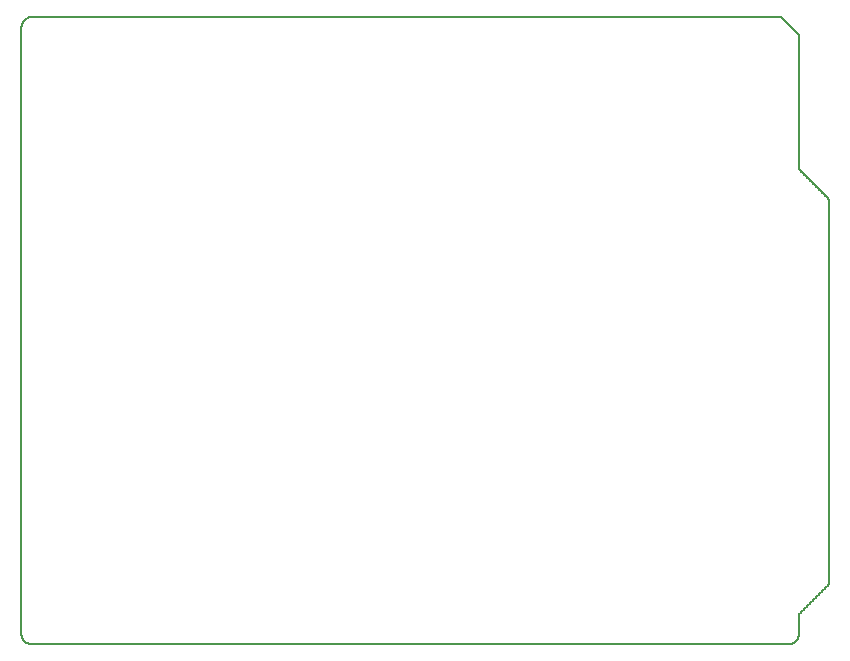
<source format=gm1>
G04 MADE WITH FRITZING*
G04 WWW.FRITZING.ORG*
G04 DOUBLE SIDED*
G04 HOLES PLATED*
G04 CONTOUR ON CENTER OF CONTOUR VECTOR*
%ASAXBY*%
%FSLAX23Y23*%
%MOIN*%
%OFA0B0*%
%SFA1.0B1.0*%
%ADD10C,0.008*%
%LNCONTOUR*%
G90*
G70*
G54D10*
X42Y2100D02*
X43Y2100D01*
X44Y2100D01*
X45Y2100D01*
X46Y2100D01*
X47Y2100D01*
X48Y2100D01*
X49Y2100D01*
X50Y2100D01*
X51Y2100D01*
X52Y2100D01*
X53Y2100D01*
X54Y2100D01*
X55Y2100D01*
X56Y2100D01*
X57Y2100D01*
X58Y2100D01*
X59Y2100D01*
X60Y2100D01*
X61Y2100D01*
X62Y2100D01*
X63Y2100D01*
X64Y2100D01*
X65Y2100D01*
X66Y2100D01*
X67Y2100D01*
X68Y2100D01*
X69Y2100D01*
X70Y2100D01*
X71Y2100D01*
X72Y2100D01*
X73Y2100D01*
X74Y2100D01*
X75Y2100D01*
X76Y2100D01*
X77Y2100D01*
X78Y2100D01*
X79Y2100D01*
X80Y2100D01*
X81Y2100D01*
X82Y2100D01*
X83Y2100D01*
X84Y2100D01*
X85Y2100D01*
X86Y2100D01*
X87Y2100D01*
X88Y2100D01*
X89Y2100D01*
X90Y2100D01*
X91Y2100D01*
X92Y2100D01*
X93Y2100D01*
X94Y2100D01*
X95Y2100D01*
X96Y2100D01*
X97Y2100D01*
X98Y2100D01*
X99Y2100D01*
X100Y2100D01*
X101Y2100D01*
X102Y2100D01*
X103Y2100D01*
X104Y2100D01*
X105Y2100D01*
X106Y2100D01*
X107Y2100D01*
X108Y2100D01*
X109Y2100D01*
X110Y2100D01*
X111Y2100D01*
X112Y2100D01*
X113Y2100D01*
X114Y2100D01*
X115Y2100D01*
X116Y2100D01*
X117Y2100D01*
X118Y2100D01*
X119Y2100D01*
X120Y2100D01*
X121Y2100D01*
X122Y2100D01*
X123Y2100D01*
X124Y2100D01*
X125Y2100D01*
X126Y2100D01*
X127Y2100D01*
X128Y2100D01*
X129Y2100D01*
X130Y2100D01*
X131Y2100D01*
X132Y2100D01*
X133Y2100D01*
X134Y2100D01*
X135Y2100D01*
X136Y2100D01*
X137Y2100D01*
X138Y2100D01*
X139Y2100D01*
X140Y2100D01*
X141Y2100D01*
X142Y2100D01*
X143Y2100D01*
X144Y2100D01*
X145Y2100D01*
X146Y2100D01*
X147Y2100D01*
X148Y2100D01*
X149Y2100D01*
X150Y2100D01*
X151Y2100D01*
X152Y2100D01*
X153Y2100D01*
X154Y2100D01*
X155Y2100D01*
X156Y2100D01*
X157Y2100D01*
X158Y2100D01*
X159Y2100D01*
X160Y2100D01*
X161Y2100D01*
X162Y2100D01*
X163Y2100D01*
X164Y2100D01*
X165Y2100D01*
X166Y2100D01*
X167Y2100D01*
X168Y2100D01*
X169Y2100D01*
X170Y2100D01*
X171Y2100D01*
X172Y2100D01*
X173Y2100D01*
X174Y2100D01*
X175Y2100D01*
X176Y2100D01*
X177Y2100D01*
X178Y2100D01*
X179Y2100D01*
X180Y2100D01*
X181Y2100D01*
X182Y2100D01*
X183Y2100D01*
X184Y2100D01*
X185Y2100D01*
X186Y2100D01*
X187Y2100D01*
X188Y2100D01*
X189Y2100D01*
X190Y2100D01*
X191Y2100D01*
X192Y2100D01*
X193Y2100D01*
X194Y2100D01*
X195Y2100D01*
X196Y2100D01*
X197Y2100D01*
X198Y2100D01*
X199Y2100D01*
X200Y2100D01*
X201Y2100D01*
X202Y2100D01*
X203Y2100D01*
X204Y2100D01*
X205Y2100D01*
X206Y2100D01*
X207Y2100D01*
X208Y2100D01*
X209Y2100D01*
X210Y2100D01*
X211Y2100D01*
X212Y2100D01*
X213Y2100D01*
X214Y2100D01*
X215Y2100D01*
X216Y2100D01*
X217Y2100D01*
X218Y2100D01*
X219Y2100D01*
X220Y2100D01*
X221Y2100D01*
X222Y2100D01*
X223Y2100D01*
X224Y2100D01*
X225Y2100D01*
X226Y2100D01*
X227Y2100D01*
X228Y2100D01*
X229Y2100D01*
X230Y2100D01*
X231Y2100D01*
X232Y2100D01*
X233Y2100D01*
X234Y2100D01*
X235Y2100D01*
X236Y2100D01*
X237Y2100D01*
X238Y2100D01*
X239Y2100D01*
X240Y2100D01*
X241Y2100D01*
X242Y2100D01*
X243Y2100D01*
X244Y2100D01*
X245Y2100D01*
X246Y2100D01*
X247Y2100D01*
X248Y2100D01*
X249Y2100D01*
X250Y2100D01*
X251Y2100D01*
X252Y2100D01*
X253Y2100D01*
X254Y2100D01*
X255Y2100D01*
X256Y2100D01*
X257Y2100D01*
X258Y2100D01*
X259Y2100D01*
X260Y2100D01*
X261Y2100D01*
X262Y2100D01*
X263Y2100D01*
X264Y2100D01*
X265Y2100D01*
X266Y2100D01*
X267Y2100D01*
X268Y2100D01*
X269Y2100D01*
X270Y2100D01*
X271Y2100D01*
X272Y2100D01*
X273Y2100D01*
X274Y2100D01*
X275Y2100D01*
X276Y2100D01*
X277Y2100D01*
X278Y2100D01*
X279Y2100D01*
X280Y2100D01*
X281Y2100D01*
X282Y2100D01*
X283Y2100D01*
X284Y2100D01*
X285Y2100D01*
X286Y2100D01*
X287Y2100D01*
X288Y2100D01*
X289Y2100D01*
X290Y2100D01*
X291Y2100D01*
X292Y2100D01*
X293Y2100D01*
X294Y2100D01*
X295Y2100D01*
X296Y2100D01*
X297Y2100D01*
X298Y2100D01*
X299Y2100D01*
X300Y2100D01*
X301Y2100D01*
X302Y2100D01*
X303Y2100D01*
X304Y2100D01*
X305Y2100D01*
X306Y2100D01*
X307Y2100D01*
X308Y2100D01*
X309Y2100D01*
X310Y2100D01*
X311Y2100D01*
X312Y2100D01*
X313Y2100D01*
X314Y2100D01*
X315Y2100D01*
X316Y2100D01*
X317Y2100D01*
X318Y2100D01*
X319Y2100D01*
X320Y2100D01*
X321Y2100D01*
X322Y2100D01*
X323Y2100D01*
X324Y2100D01*
X325Y2100D01*
X326Y2100D01*
X327Y2100D01*
X328Y2100D01*
X329Y2100D01*
X330Y2100D01*
X331Y2100D01*
X332Y2100D01*
X333Y2100D01*
X334Y2100D01*
X335Y2100D01*
X336Y2100D01*
X337Y2100D01*
X338Y2100D01*
X339Y2100D01*
X340Y2100D01*
X341Y2100D01*
X342Y2100D01*
X343Y2100D01*
X344Y2100D01*
X345Y2100D01*
X346Y2100D01*
X347Y2100D01*
X348Y2100D01*
X349Y2100D01*
X350Y2100D01*
X351Y2100D01*
X352Y2100D01*
X353Y2100D01*
X354Y2100D01*
X355Y2100D01*
X356Y2100D01*
X357Y2100D01*
X358Y2100D01*
X359Y2100D01*
X360Y2100D01*
X361Y2100D01*
X362Y2100D01*
X363Y2100D01*
X364Y2100D01*
X365Y2100D01*
X366Y2100D01*
X367Y2100D01*
X368Y2100D01*
X369Y2100D01*
X370Y2100D01*
X371Y2100D01*
X372Y2100D01*
X373Y2100D01*
X374Y2100D01*
X375Y2100D01*
X376Y2100D01*
X377Y2100D01*
X378Y2100D01*
X379Y2100D01*
X380Y2100D01*
X381Y2100D01*
X382Y2100D01*
X383Y2100D01*
X384Y2100D01*
X385Y2100D01*
X386Y2100D01*
X387Y2100D01*
X388Y2100D01*
X389Y2100D01*
X390Y2100D01*
X391Y2100D01*
X392Y2100D01*
X393Y2100D01*
X394Y2100D01*
X395Y2100D01*
X396Y2100D01*
X397Y2100D01*
X398Y2100D01*
X399Y2100D01*
X400Y2100D01*
X401Y2100D01*
X402Y2100D01*
X403Y2100D01*
X404Y2100D01*
X405Y2100D01*
X406Y2100D01*
X407Y2100D01*
X408Y2100D01*
X409Y2100D01*
X410Y2100D01*
X411Y2100D01*
X412Y2100D01*
X413Y2100D01*
X414Y2100D01*
X415Y2100D01*
X416Y2100D01*
X417Y2100D01*
X418Y2100D01*
X419Y2100D01*
X420Y2100D01*
X421Y2100D01*
X422Y2100D01*
X423Y2100D01*
X424Y2100D01*
X425Y2100D01*
X426Y2100D01*
X427Y2100D01*
X428Y2100D01*
X429Y2100D01*
X430Y2100D01*
X431Y2100D01*
X432Y2100D01*
X433Y2100D01*
X434Y2100D01*
X435Y2100D01*
X436Y2100D01*
X437Y2100D01*
X438Y2100D01*
X439Y2100D01*
X440Y2100D01*
X441Y2100D01*
X442Y2100D01*
X443Y2100D01*
X444Y2100D01*
X445Y2100D01*
X446Y2100D01*
X447Y2100D01*
X448Y2100D01*
X449Y2100D01*
X450Y2100D01*
X451Y2100D01*
X452Y2100D01*
X453Y2100D01*
X454Y2100D01*
X455Y2100D01*
X456Y2100D01*
X457Y2100D01*
X458Y2100D01*
X459Y2100D01*
X460Y2100D01*
X461Y2100D01*
X462Y2100D01*
X463Y2100D01*
X464Y2100D01*
X465Y2100D01*
X466Y2100D01*
X467Y2100D01*
X468Y2100D01*
X469Y2100D01*
X470Y2100D01*
X471Y2100D01*
X472Y2100D01*
X473Y2100D01*
X474Y2100D01*
X475Y2100D01*
X476Y2100D01*
X477Y2100D01*
X478Y2100D01*
X479Y2100D01*
X480Y2100D01*
X481Y2100D01*
X482Y2100D01*
X483Y2100D01*
X484Y2100D01*
X485Y2100D01*
X486Y2100D01*
X487Y2100D01*
X488Y2100D01*
X489Y2100D01*
X490Y2100D01*
X491Y2100D01*
X492Y2100D01*
X493Y2100D01*
X494Y2100D01*
X495Y2100D01*
X496Y2100D01*
X497Y2100D01*
X498Y2100D01*
X499Y2100D01*
X500Y2100D01*
X501Y2100D01*
X502Y2100D01*
X503Y2100D01*
X504Y2100D01*
X505Y2100D01*
X506Y2100D01*
X507Y2100D01*
X508Y2100D01*
X509Y2100D01*
X510Y2100D01*
X511Y2100D01*
X512Y2100D01*
X513Y2100D01*
X514Y2100D01*
X515Y2100D01*
X516Y2100D01*
X517Y2100D01*
X518Y2100D01*
X519Y2100D01*
X520Y2100D01*
X521Y2100D01*
X522Y2100D01*
X523Y2100D01*
X524Y2100D01*
X525Y2100D01*
X526Y2100D01*
X527Y2100D01*
X528Y2100D01*
X529Y2100D01*
X530Y2100D01*
X531Y2100D01*
X532Y2100D01*
X533Y2100D01*
X534Y2100D01*
X535Y2100D01*
X536Y2100D01*
X537Y2100D01*
X538Y2100D01*
X539Y2100D01*
X540Y2100D01*
X541Y2100D01*
X542Y2100D01*
X543Y2100D01*
X544Y2100D01*
X545Y2100D01*
X546Y2100D01*
X547Y2100D01*
X548Y2100D01*
X549Y2100D01*
X550Y2100D01*
X551Y2100D01*
X552Y2100D01*
X553Y2100D01*
X554Y2100D01*
X555Y2100D01*
X556Y2100D01*
X557Y2100D01*
X558Y2100D01*
X559Y2100D01*
X560Y2100D01*
X561Y2100D01*
X562Y2100D01*
X563Y2100D01*
X564Y2100D01*
X565Y2100D01*
X566Y2100D01*
X567Y2100D01*
X568Y2100D01*
X569Y2100D01*
X570Y2100D01*
X571Y2100D01*
X572Y2100D01*
X573Y2100D01*
X574Y2100D01*
X575Y2100D01*
X576Y2100D01*
X577Y2100D01*
X578Y2100D01*
X579Y2100D01*
X580Y2100D01*
X581Y2100D01*
X582Y2100D01*
X583Y2100D01*
X584Y2100D01*
X585Y2100D01*
X586Y2100D01*
X587Y2100D01*
X588Y2100D01*
X589Y2100D01*
X590Y2100D01*
X591Y2100D01*
X592Y2100D01*
X593Y2100D01*
X594Y2100D01*
X595Y2100D01*
X596Y2100D01*
X597Y2100D01*
X598Y2100D01*
X599Y2100D01*
X600Y2100D01*
X601Y2100D01*
X602Y2100D01*
X603Y2100D01*
X604Y2100D01*
X605Y2100D01*
X606Y2100D01*
X607Y2100D01*
X608Y2100D01*
X609Y2100D01*
X610Y2100D01*
X611Y2100D01*
X612Y2100D01*
X613Y2100D01*
X614Y2100D01*
X615Y2100D01*
X616Y2100D01*
X617Y2100D01*
X618Y2100D01*
X619Y2100D01*
X620Y2100D01*
X621Y2100D01*
X622Y2100D01*
X623Y2100D01*
X624Y2100D01*
X625Y2100D01*
X626Y2100D01*
X627Y2100D01*
X628Y2100D01*
X629Y2100D01*
X630Y2100D01*
X631Y2100D01*
X632Y2100D01*
X633Y2100D01*
X634Y2100D01*
X635Y2100D01*
X636Y2100D01*
X637Y2100D01*
X638Y2100D01*
X639Y2100D01*
X640Y2100D01*
X641Y2100D01*
X642Y2100D01*
X643Y2100D01*
X644Y2100D01*
X645Y2100D01*
X646Y2100D01*
X647Y2100D01*
X648Y2100D01*
X649Y2100D01*
X650Y2100D01*
X651Y2100D01*
X652Y2100D01*
X653Y2100D01*
X654Y2100D01*
X655Y2100D01*
X656Y2100D01*
X657Y2100D01*
X658Y2100D01*
X659Y2100D01*
X660Y2100D01*
X661Y2100D01*
X662Y2100D01*
X663Y2100D01*
X664Y2100D01*
X665Y2100D01*
X666Y2100D01*
X667Y2100D01*
X668Y2100D01*
X669Y2100D01*
X670Y2100D01*
X671Y2100D01*
X672Y2100D01*
X673Y2100D01*
X674Y2100D01*
X675Y2100D01*
X676Y2100D01*
X677Y2100D01*
X678Y2100D01*
X679Y2100D01*
X680Y2100D01*
X681Y2100D01*
X682Y2100D01*
X683Y2100D01*
X684Y2100D01*
X685Y2100D01*
X686Y2100D01*
X687Y2100D01*
X688Y2100D01*
X689Y2100D01*
X690Y2100D01*
X691Y2100D01*
X692Y2100D01*
X693Y2100D01*
X694Y2100D01*
X695Y2100D01*
X696Y2100D01*
X697Y2100D01*
X698Y2100D01*
X699Y2100D01*
X700Y2100D01*
X701Y2100D01*
X702Y2100D01*
X703Y2100D01*
X704Y2100D01*
X705Y2100D01*
X706Y2100D01*
X707Y2100D01*
X708Y2100D01*
X709Y2100D01*
X710Y2100D01*
X711Y2100D01*
X712Y2100D01*
X713Y2100D01*
X714Y2100D01*
X715Y2100D01*
X716Y2100D01*
X717Y2100D01*
X718Y2100D01*
X719Y2100D01*
X720Y2100D01*
X721Y2100D01*
X722Y2100D01*
X723Y2100D01*
X724Y2100D01*
X725Y2100D01*
X726Y2100D01*
X727Y2100D01*
X728Y2100D01*
X729Y2100D01*
X730Y2100D01*
X731Y2100D01*
X732Y2100D01*
X733Y2100D01*
X734Y2100D01*
X735Y2100D01*
X736Y2100D01*
X737Y2100D01*
X738Y2100D01*
X739Y2100D01*
X740Y2100D01*
X741Y2100D01*
X742Y2100D01*
X743Y2100D01*
X744Y2100D01*
X745Y2100D01*
X746Y2100D01*
X747Y2100D01*
X748Y2100D01*
X749Y2100D01*
X750Y2100D01*
X751Y2100D01*
X752Y2100D01*
X753Y2100D01*
X754Y2100D01*
X755Y2100D01*
X756Y2100D01*
X757Y2100D01*
X758Y2100D01*
X759Y2100D01*
X760Y2100D01*
X761Y2100D01*
X762Y2100D01*
X763Y2100D01*
X764Y2100D01*
X765Y2100D01*
X766Y2100D01*
X767Y2100D01*
X768Y2100D01*
X769Y2100D01*
X770Y2100D01*
X771Y2100D01*
X772Y2100D01*
X773Y2100D01*
X774Y2100D01*
X775Y2100D01*
X776Y2100D01*
X777Y2100D01*
X778Y2100D01*
X779Y2100D01*
X780Y2100D01*
X781Y2100D01*
X782Y2100D01*
X783Y2100D01*
X784Y2100D01*
X785Y2100D01*
X786Y2100D01*
X787Y2100D01*
X788Y2100D01*
X789Y2100D01*
X790Y2100D01*
X791Y2100D01*
X792Y2100D01*
X793Y2100D01*
X794Y2100D01*
X795Y2100D01*
X796Y2100D01*
X797Y2100D01*
X798Y2100D01*
X799Y2100D01*
X800Y2100D01*
X801Y2100D01*
X802Y2100D01*
X803Y2100D01*
X804Y2100D01*
X805Y2100D01*
X806Y2100D01*
X807Y2100D01*
X808Y2100D01*
X809Y2100D01*
X810Y2100D01*
X811Y2100D01*
X812Y2100D01*
X813Y2100D01*
X814Y2100D01*
X815Y2100D01*
X816Y2100D01*
X817Y2100D01*
X818Y2100D01*
X819Y2100D01*
X820Y2100D01*
X821Y2100D01*
X822Y2100D01*
X823Y2100D01*
X824Y2100D01*
X825Y2100D01*
X826Y2100D01*
X827Y2100D01*
X828Y2100D01*
X829Y2100D01*
X830Y2100D01*
X831Y2100D01*
X832Y2100D01*
X833Y2100D01*
X834Y2100D01*
X835Y2100D01*
X836Y2100D01*
X837Y2100D01*
X838Y2100D01*
X839Y2100D01*
X840Y2100D01*
X841Y2100D01*
X842Y2100D01*
X843Y2100D01*
X844Y2100D01*
X845Y2100D01*
X846Y2100D01*
X847Y2100D01*
X848Y2100D01*
X849Y2100D01*
X850Y2100D01*
X851Y2100D01*
X852Y2100D01*
X853Y2100D01*
X854Y2100D01*
X855Y2100D01*
X856Y2100D01*
X857Y2100D01*
X858Y2100D01*
X859Y2100D01*
X860Y2100D01*
X861Y2100D01*
X862Y2100D01*
X863Y2100D01*
X864Y2100D01*
X865Y2100D01*
X866Y2100D01*
X867Y2100D01*
X868Y2100D01*
X869Y2100D01*
X870Y2100D01*
X871Y2100D01*
X872Y2100D01*
X873Y2100D01*
X874Y2100D01*
X875Y2100D01*
X876Y2100D01*
X877Y2100D01*
X878Y2100D01*
X879Y2100D01*
X880Y2100D01*
X881Y2100D01*
X882Y2100D01*
X883Y2100D01*
X884Y2100D01*
X885Y2100D01*
X886Y2100D01*
X887Y2100D01*
X888Y2100D01*
X889Y2100D01*
X890Y2100D01*
X891Y2100D01*
X892Y2100D01*
X893Y2100D01*
X894Y2100D01*
X895Y2100D01*
X896Y2100D01*
X897Y2100D01*
X898Y2100D01*
X899Y2100D01*
X900Y2100D01*
X901Y2100D01*
X902Y2100D01*
X903Y2100D01*
X904Y2100D01*
X905Y2100D01*
X906Y2100D01*
X907Y2100D01*
X908Y2100D01*
X909Y2100D01*
X910Y2100D01*
X911Y2100D01*
X912Y2100D01*
X913Y2100D01*
X914Y2100D01*
X915Y2100D01*
X916Y2100D01*
X917Y2100D01*
X918Y2100D01*
X919Y2100D01*
X920Y2100D01*
X921Y2100D01*
X922Y2100D01*
X923Y2100D01*
X924Y2100D01*
X925Y2100D01*
X926Y2100D01*
X927Y2100D01*
X928Y2100D01*
X929Y2100D01*
X930Y2100D01*
X931Y2100D01*
X932Y2100D01*
X933Y2100D01*
X934Y2100D01*
X935Y2100D01*
X936Y2100D01*
X937Y2100D01*
X938Y2100D01*
X939Y2100D01*
X940Y2100D01*
X941Y2100D01*
X942Y2100D01*
X943Y2100D01*
X944Y2100D01*
X945Y2100D01*
X946Y2100D01*
X947Y2100D01*
X948Y2100D01*
X949Y2100D01*
X950Y2100D01*
X951Y2100D01*
X952Y2100D01*
X953Y2100D01*
X954Y2100D01*
X955Y2100D01*
X956Y2100D01*
X957Y2100D01*
X958Y2100D01*
X959Y2100D01*
X960Y2100D01*
X961Y2100D01*
X962Y2100D01*
X963Y2100D01*
X964Y2100D01*
X965Y2100D01*
X966Y2100D01*
X967Y2100D01*
X968Y2100D01*
X969Y2100D01*
X970Y2100D01*
X971Y2100D01*
X972Y2100D01*
X973Y2100D01*
X974Y2100D01*
X975Y2100D01*
X976Y2100D01*
X977Y2100D01*
X978Y2100D01*
X979Y2100D01*
X980Y2100D01*
X981Y2100D01*
X982Y2100D01*
X983Y2100D01*
X984Y2100D01*
X985Y2100D01*
X986Y2100D01*
X987Y2100D01*
X988Y2100D01*
X989Y2100D01*
X990Y2100D01*
X991Y2100D01*
X992Y2100D01*
X993Y2100D01*
X994Y2100D01*
X995Y2100D01*
X996Y2100D01*
X997Y2100D01*
X998Y2100D01*
X999Y2100D01*
X1000Y2100D01*
X1001Y2100D01*
X1002Y2100D01*
X1003Y2100D01*
X1004Y2100D01*
X1005Y2100D01*
X1006Y2100D01*
X1007Y2100D01*
X1008Y2100D01*
X1009Y2100D01*
X1010Y2100D01*
X1011Y2100D01*
X1012Y2100D01*
X1013Y2100D01*
X1014Y2100D01*
X1015Y2100D01*
X1016Y2100D01*
X1017Y2100D01*
X1018Y2100D01*
X1019Y2100D01*
X1020Y2100D01*
X1021Y2100D01*
X1022Y2100D01*
X1023Y2100D01*
X1024Y2100D01*
X1025Y2100D01*
X1026Y2100D01*
X1027Y2100D01*
X1028Y2100D01*
X1029Y2100D01*
X1030Y2100D01*
X1031Y2100D01*
X1032Y2100D01*
X1033Y2100D01*
X1034Y2100D01*
X1035Y2100D01*
X1036Y2100D01*
X1037Y2100D01*
X1038Y2100D01*
X1039Y2100D01*
X1040Y2100D01*
X1041Y2100D01*
X1042Y2100D01*
X1043Y2100D01*
X1044Y2100D01*
X1045Y2100D01*
X1046Y2100D01*
X1047Y2100D01*
X1048Y2100D01*
X1049Y2100D01*
X1050Y2100D01*
X1051Y2100D01*
X1052Y2100D01*
X1053Y2100D01*
X1054Y2100D01*
X1055Y2100D01*
X1056Y2100D01*
X1057Y2100D01*
X1058Y2100D01*
X1059Y2100D01*
X1060Y2100D01*
X1061Y2100D01*
X1062Y2100D01*
X1063Y2100D01*
X1064Y2100D01*
X1065Y2100D01*
X1066Y2100D01*
X1067Y2100D01*
X1068Y2100D01*
X1069Y2100D01*
X1070Y2100D01*
X1071Y2100D01*
X1072Y2100D01*
X1073Y2100D01*
X1074Y2100D01*
X1075Y2100D01*
X1076Y2100D01*
X1077Y2100D01*
X1078Y2100D01*
X1079Y2100D01*
X1080Y2100D01*
X1081Y2100D01*
X1082Y2100D01*
X1083Y2100D01*
X1084Y2100D01*
X1085Y2100D01*
X1086Y2100D01*
X1087Y2100D01*
X1088Y2100D01*
X1089Y2100D01*
X1090Y2100D01*
X1091Y2100D01*
X1092Y2100D01*
X1093Y2100D01*
X1094Y2100D01*
X1095Y2100D01*
X1096Y2100D01*
X1097Y2100D01*
X1098Y2100D01*
X1099Y2100D01*
X1100Y2100D01*
X1101Y2100D01*
X1102Y2100D01*
X1103Y2100D01*
X1104Y2100D01*
X1105Y2100D01*
X1106Y2100D01*
X1107Y2100D01*
X1108Y2100D01*
X1109Y2100D01*
X1110Y2100D01*
X1111Y2100D01*
X1112Y2100D01*
X1113Y2100D01*
X1114Y2100D01*
X1115Y2100D01*
X1116Y2100D01*
X1117Y2100D01*
X1118Y2100D01*
X1119Y2100D01*
X1120Y2100D01*
X1121Y2100D01*
X1122Y2100D01*
X1123Y2100D01*
X1124Y2100D01*
X1125Y2100D01*
X1126Y2100D01*
X1127Y2100D01*
X1128Y2100D01*
X1129Y2100D01*
X1130Y2100D01*
X1131Y2100D01*
X1132Y2100D01*
X1133Y2100D01*
X1134Y2100D01*
X1135Y2100D01*
X1136Y2100D01*
X1137Y2100D01*
X1138Y2100D01*
X1139Y2100D01*
X1140Y2100D01*
X1141Y2100D01*
X1142Y2100D01*
X1143Y2100D01*
X1144Y2100D01*
X1145Y2100D01*
X1146Y2100D01*
X1147Y2100D01*
X1148Y2100D01*
X1149Y2100D01*
X1150Y2100D01*
X1151Y2100D01*
X1152Y2100D01*
X1153Y2100D01*
X1154Y2100D01*
X1155Y2100D01*
X1156Y2100D01*
X1157Y2100D01*
X1158Y2100D01*
X1159Y2100D01*
X1160Y2100D01*
X1161Y2100D01*
X1162Y2100D01*
X1163Y2100D01*
X1164Y2100D01*
X1165Y2100D01*
X1166Y2100D01*
X1167Y2100D01*
X1168Y2100D01*
X1169Y2100D01*
X1170Y2100D01*
X1171Y2100D01*
X1172Y2100D01*
X1173Y2100D01*
X1174Y2100D01*
X1175Y2100D01*
X1176Y2100D01*
X1177Y2100D01*
X1178Y2100D01*
X1179Y2100D01*
X1180Y2100D01*
X1181Y2100D01*
X1182Y2100D01*
X1183Y2100D01*
X1184Y2100D01*
X1185Y2100D01*
X1186Y2100D01*
X1187Y2100D01*
X1188Y2100D01*
X1189Y2100D01*
X1190Y2100D01*
X1191Y2100D01*
X1192Y2100D01*
X1193Y2100D01*
X1194Y2100D01*
X1195Y2100D01*
X1196Y2100D01*
X1197Y2100D01*
X1198Y2100D01*
X1199Y2100D01*
X1200Y2100D01*
X1201Y2100D01*
X1202Y2100D01*
X1203Y2100D01*
X1204Y2100D01*
X1205Y2100D01*
X1206Y2100D01*
X1207Y2100D01*
X1208Y2100D01*
X1209Y2100D01*
X1210Y2100D01*
X1211Y2100D01*
X1212Y2100D01*
X1213Y2100D01*
X1214Y2100D01*
X1215Y2100D01*
X1216Y2100D01*
X1217Y2100D01*
X1218Y2100D01*
X1219Y2100D01*
X1220Y2100D01*
X1221Y2100D01*
X1222Y2100D01*
X1223Y2100D01*
X1224Y2100D01*
X1225Y2100D01*
X1226Y2100D01*
X1227Y2100D01*
X1228Y2100D01*
X1229Y2100D01*
X1230Y2100D01*
X1231Y2100D01*
X1232Y2100D01*
X1233Y2100D01*
X1234Y2100D01*
X1235Y2100D01*
X1236Y2100D01*
X1237Y2100D01*
X1238Y2100D01*
X1239Y2100D01*
X1240Y2100D01*
X1241Y2100D01*
X1242Y2100D01*
X1243Y2100D01*
X1244Y2100D01*
X1245Y2100D01*
X1246Y2100D01*
X1247Y2100D01*
X1248Y2100D01*
X1249Y2100D01*
X1250Y2100D01*
X1251Y2100D01*
X1252Y2100D01*
X1253Y2100D01*
X1254Y2100D01*
X1255Y2100D01*
X1256Y2100D01*
X1257Y2100D01*
X1258Y2100D01*
X1259Y2100D01*
X1260Y2100D01*
X1261Y2100D01*
X1262Y2100D01*
X1263Y2100D01*
X1264Y2100D01*
X1265Y2100D01*
X1266Y2100D01*
X1267Y2100D01*
X1268Y2100D01*
X1269Y2100D01*
X1270Y2100D01*
X1271Y2100D01*
X1272Y2100D01*
X1273Y2100D01*
X1274Y2100D01*
X1275Y2100D01*
X1276Y2100D01*
X1277Y2100D01*
X1278Y2100D01*
X1279Y2100D01*
X1280Y2100D01*
X1281Y2100D01*
X1282Y2100D01*
X1283Y2100D01*
X1284Y2100D01*
X1285Y2100D01*
X1286Y2100D01*
X1287Y2100D01*
X1288Y2100D01*
X1289Y2100D01*
X1290Y2100D01*
X1291Y2100D01*
X1292Y2100D01*
X1293Y2100D01*
X1294Y2100D01*
X1295Y2100D01*
X1296Y2100D01*
X1297Y2100D01*
X1298Y2100D01*
X1299Y2100D01*
X1300Y2100D01*
X1301Y2100D01*
X1302Y2100D01*
X1303Y2100D01*
X1304Y2100D01*
X1305Y2100D01*
X1306Y2100D01*
X1307Y2100D01*
X1308Y2100D01*
X1309Y2100D01*
X1310Y2100D01*
X1311Y2100D01*
X1312Y2100D01*
X1313Y2100D01*
X1314Y2100D01*
X1315Y2100D01*
X1316Y2100D01*
X1317Y2100D01*
X1318Y2100D01*
X1319Y2100D01*
X1320Y2100D01*
X1321Y2100D01*
X1322Y2100D01*
X1323Y2100D01*
X1324Y2100D01*
X1325Y2100D01*
X1326Y2100D01*
X1327Y2100D01*
X1328Y2100D01*
X1329Y2100D01*
X1330Y2100D01*
X1331Y2100D01*
X1332Y2100D01*
X1333Y2100D01*
X1334Y2100D01*
X1335Y2100D01*
X1336Y2100D01*
X1337Y2100D01*
X1338Y2100D01*
X1339Y2100D01*
X1340Y2100D01*
X1341Y2100D01*
X1342Y2100D01*
X1343Y2100D01*
X1344Y2100D01*
X1345Y2100D01*
X1346Y2100D01*
X1347Y2100D01*
X1348Y2100D01*
X1349Y2100D01*
X1350Y2100D01*
X1351Y2100D01*
X1352Y2100D01*
X1353Y2100D01*
X1354Y2100D01*
X1355Y2100D01*
X1356Y2100D01*
X1357Y2100D01*
X1358Y2100D01*
X1359Y2100D01*
X1360Y2100D01*
X1361Y2100D01*
X1362Y2100D01*
X1363Y2100D01*
X1364Y2100D01*
X1365Y2100D01*
X1366Y2100D01*
X1367Y2100D01*
X1368Y2100D01*
X1369Y2100D01*
X1370Y2100D01*
X1371Y2100D01*
X1372Y2100D01*
X1373Y2100D01*
X1374Y2100D01*
X1375Y2100D01*
X1376Y2100D01*
X1377Y2100D01*
X1378Y2100D01*
X1379Y2100D01*
X1380Y2100D01*
X1381Y2100D01*
X1382Y2100D01*
X1383Y2100D01*
X1384Y2100D01*
X1385Y2100D01*
X1386Y2100D01*
X1387Y2100D01*
X1388Y2100D01*
X1389Y2100D01*
X1390Y2100D01*
X1391Y2100D01*
X1392Y2100D01*
X1393Y2100D01*
X1394Y2100D01*
X1395Y2100D01*
X1396Y2100D01*
X1397Y2100D01*
X1398Y2100D01*
X1399Y2100D01*
X1400Y2100D01*
X1401Y2100D01*
X1402Y2100D01*
X1403Y2100D01*
X1404Y2100D01*
X1405Y2100D01*
X1406Y2100D01*
X1407Y2100D01*
X1408Y2100D01*
X1409Y2100D01*
X1410Y2100D01*
X1411Y2100D01*
X1412Y2100D01*
X1413Y2100D01*
X1414Y2100D01*
X1415Y2100D01*
X1416Y2100D01*
X1417Y2100D01*
X1418Y2100D01*
X1419Y2100D01*
X1420Y2100D01*
X1421Y2100D01*
X1422Y2100D01*
X1423Y2100D01*
X1424Y2100D01*
X1425Y2100D01*
X1426Y2100D01*
X1427Y2100D01*
X1428Y2100D01*
X1429Y2100D01*
X1430Y2100D01*
X1431Y2100D01*
X1432Y2100D01*
X1433Y2100D01*
X1434Y2100D01*
X1435Y2100D01*
X1436Y2100D01*
X1437Y2100D01*
X1438Y2100D01*
X1439Y2100D01*
X1440Y2100D01*
X1441Y2100D01*
X1442Y2100D01*
X1443Y2100D01*
X1444Y2100D01*
X1445Y2100D01*
X1446Y2100D01*
X1447Y2100D01*
X1448Y2100D01*
X1449Y2100D01*
X1450Y2100D01*
X1451Y2100D01*
X1452Y2100D01*
X1453Y2100D01*
X1454Y2100D01*
X1455Y2100D01*
X1456Y2100D01*
X1457Y2100D01*
X1458Y2100D01*
X1459Y2100D01*
X1460Y2100D01*
X1461Y2100D01*
X1462Y2100D01*
X1463Y2100D01*
X1464Y2100D01*
X1465Y2100D01*
X1466Y2100D01*
X1467Y2100D01*
X1468Y2100D01*
X1469Y2100D01*
X1470Y2100D01*
X1471Y2100D01*
X1472Y2100D01*
X1473Y2100D01*
X1474Y2100D01*
X1475Y2100D01*
X1476Y2100D01*
X1477Y2100D01*
X1478Y2100D01*
X1479Y2100D01*
X1480Y2100D01*
X1481Y2100D01*
X1482Y2100D01*
X1483Y2100D01*
X1484Y2100D01*
X1485Y2100D01*
X1486Y2100D01*
X1487Y2100D01*
X1488Y2100D01*
X1489Y2100D01*
X1490Y2100D01*
X1491Y2100D01*
X1492Y2100D01*
X1493Y2100D01*
X1494Y2100D01*
X1495Y2100D01*
X1496Y2100D01*
X1497Y2100D01*
X1498Y2100D01*
X1499Y2100D01*
X1500Y2100D01*
X1501Y2100D01*
X1502Y2100D01*
X1503Y2100D01*
X1504Y2100D01*
X1505Y2100D01*
X1506Y2100D01*
X1507Y2100D01*
X1508Y2100D01*
X1509Y2100D01*
X1510Y2100D01*
X1511Y2100D01*
X1512Y2100D01*
X1513Y2100D01*
X1514Y2100D01*
X1515Y2100D01*
X1516Y2100D01*
X1517Y2100D01*
X1518Y2100D01*
X1519Y2100D01*
X1520Y2100D01*
X1521Y2100D01*
X1522Y2100D01*
X1523Y2100D01*
X1524Y2100D01*
X1525Y2100D01*
X1526Y2100D01*
X1527Y2100D01*
X1528Y2100D01*
X1529Y2100D01*
X1530Y2100D01*
X1531Y2100D01*
X1532Y2100D01*
X1533Y2100D01*
X1534Y2100D01*
X1535Y2100D01*
X1536Y2100D01*
X1537Y2100D01*
X1538Y2100D01*
X1539Y2100D01*
X1540Y2100D01*
X1541Y2100D01*
X1542Y2100D01*
X1543Y2100D01*
X1544Y2100D01*
X1545Y2100D01*
X1546Y2100D01*
X1547Y2100D01*
X1548Y2100D01*
X1549Y2100D01*
X1550Y2100D01*
X1551Y2100D01*
X1552Y2100D01*
X1553Y2100D01*
X1554Y2100D01*
X1555Y2100D01*
X1556Y2100D01*
X1557Y2100D01*
X1558Y2100D01*
X1559Y2100D01*
X1560Y2100D01*
X1561Y2100D01*
X1562Y2100D01*
X1563Y2100D01*
X1564Y2100D01*
X1565Y2100D01*
X1566Y2100D01*
X1567Y2100D01*
X1568Y2100D01*
X1569Y2100D01*
X1570Y2100D01*
X1571Y2100D01*
X1572Y2100D01*
X1573Y2100D01*
X1574Y2100D01*
X1575Y2100D01*
X1576Y2100D01*
X1577Y2100D01*
X1578Y2100D01*
X1579Y2100D01*
X1580Y2100D01*
X1581Y2100D01*
X1582Y2100D01*
X1583Y2100D01*
X1584Y2100D01*
X1585Y2100D01*
X1586Y2100D01*
X1587Y2100D01*
X1588Y2100D01*
X1589Y2100D01*
X1590Y2100D01*
X1591Y2100D01*
X1592Y2100D01*
X1593Y2100D01*
X1594Y2100D01*
X1595Y2100D01*
X1596Y2100D01*
X1597Y2100D01*
X1598Y2100D01*
X1599Y2100D01*
X1600Y2100D01*
X1601Y2100D01*
X1602Y2100D01*
X1603Y2100D01*
X1604Y2100D01*
X1605Y2100D01*
X1606Y2100D01*
X1607Y2100D01*
X1608Y2100D01*
X1609Y2100D01*
X1610Y2100D01*
X1611Y2100D01*
X1612Y2100D01*
X1613Y2100D01*
X1614Y2100D01*
X1615Y2100D01*
X1616Y2100D01*
X1617Y2100D01*
X1618Y2100D01*
X1619Y2100D01*
X1620Y2100D01*
X1621Y2100D01*
X1622Y2100D01*
X1623Y2100D01*
X1624Y2100D01*
X1625Y2100D01*
X1626Y2100D01*
X1627Y2100D01*
X1628Y2100D01*
X1629Y2100D01*
X1630Y2100D01*
X1631Y2100D01*
X1632Y2100D01*
X1633Y2100D01*
X1634Y2100D01*
X1635Y2100D01*
X1636Y2100D01*
X1637Y2100D01*
X1638Y2100D01*
X1639Y2100D01*
X1640Y2100D01*
X1641Y2100D01*
X1642Y2100D01*
X1643Y2100D01*
X1644Y2100D01*
X1645Y2100D01*
X1646Y2100D01*
X1647Y2100D01*
X1648Y2100D01*
X1649Y2100D01*
X1650Y2100D01*
X1651Y2100D01*
X1652Y2100D01*
X1653Y2100D01*
X1654Y2100D01*
X1655Y2100D01*
X1656Y2100D01*
X1657Y2100D01*
X1658Y2100D01*
X1659Y2100D01*
X1660Y2100D01*
X1661Y2100D01*
X1662Y2100D01*
X1663Y2100D01*
X1664Y2100D01*
X1665Y2100D01*
X1666Y2100D01*
X1667Y2100D01*
X1668Y2100D01*
X1669Y2100D01*
X1670Y2100D01*
X1671Y2100D01*
X1672Y2100D01*
X1673Y2100D01*
X1674Y2100D01*
X1675Y2100D01*
X1676Y2100D01*
X1677Y2100D01*
X1678Y2100D01*
X1679Y2100D01*
X1680Y2100D01*
X1681Y2100D01*
X1682Y2100D01*
X1683Y2100D01*
X1684Y2100D01*
X1685Y2100D01*
X1686Y2100D01*
X1687Y2100D01*
X1688Y2100D01*
X1689Y2100D01*
X1690Y2100D01*
X1691Y2100D01*
X1692Y2100D01*
X1693Y2100D01*
X1694Y2100D01*
X1695Y2100D01*
X1696Y2100D01*
X1697Y2100D01*
X1698Y2100D01*
X1699Y2100D01*
X1700Y2100D01*
X1701Y2100D01*
X1702Y2100D01*
X1703Y2100D01*
X1704Y2100D01*
X1705Y2100D01*
X1706Y2100D01*
X1707Y2100D01*
X1708Y2100D01*
X1709Y2100D01*
X1710Y2100D01*
X1711Y2100D01*
X1712Y2100D01*
X1713Y2100D01*
X1714Y2100D01*
X1715Y2100D01*
X1716Y2100D01*
X1717Y2100D01*
X1718Y2100D01*
X1719Y2100D01*
X1720Y2100D01*
X1721Y2100D01*
X1722Y2100D01*
X1723Y2100D01*
X1724Y2100D01*
X1725Y2100D01*
X1726Y2100D01*
X1727Y2100D01*
X1728Y2100D01*
X1729Y2100D01*
X1730Y2100D01*
X1731Y2100D01*
X1732Y2100D01*
X1733Y2100D01*
X1734Y2100D01*
X1735Y2100D01*
X1736Y2100D01*
X1737Y2100D01*
X1738Y2100D01*
X1739Y2100D01*
X1740Y2100D01*
X1741Y2100D01*
X1742Y2100D01*
X1743Y2100D01*
X1744Y2100D01*
X1745Y2100D01*
X1746Y2100D01*
X1747Y2100D01*
X1748Y2100D01*
X1749Y2100D01*
X1750Y2100D01*
X1751Y2100D01*
X1752Y2100D01*
X1753Y2100D01*
X1754Y2100D01*
X1755Y2100D01*
X1756Y2100D01*
X1757Y2100D01*
X1758Y2100D01*
X1759Y2100D01*
X1760Y2100D01*
X1761Y2100D01*
X1762Y2100D01*
X1763Y2100D01*
X1764Y2100D01*
X1765Y2100D01*
X1766Y2100D01*
X1767Y2100D01*
X1768Y2100D01*
X1769Y2100D01*
X1770Y2100D01*
X1771Y2100D01*
X1772Y2100D01*
X1773Y2100D01*
X1774Y2100D01*
X1775Y2100D01*
X1776Y2100D01*
X1777Y2100D01*
X1778Y2100D01*
X1779Y2100D01*
X1780Y2100D01*
X1781Y2100D01*
X1782Y2100D01*
X1783Y2100D01*
X1784Y2100D01*
X1785Y2100D01*
X1786Y2100D01*
X1787Y2100D01*
X1788Y2100D01*
X1789Y2100D01*
X1790Y2100D01*
X1791Y2100D01*
X1792Y2100D01*
X1793Y2100D01*
X1794Y2100D01*
X1795Y2100D01*
X1796Y2100D01*
X1797Y2100D01*
X1798Y2100D01*
X1799Y2100D01*
X1800Y2100D01*
X1801Y2100D01*
X1802Y2100D01*
X1803Y2100D01*
X1804Y2100D01*
X1805Y2100D01*
X1806Y2100D01*
X1807Y2100D01*
X1808Y2100D01*
X1809Y2100D01*
X1810Y2100D01*
X1811Y2100D01*
X1812Y2100D01*
X1813Y2100D01*
X1814Y2100D01*
X1815Y2100D01*
X1816Y2100D01*
X1817Y2100D01*
X1818Y2100D01*
X1819Y2100D01*
X1820Y2100D01*
X1821Y2100D01*
X1822Y2100D01*
X1823Y2100D01*
X1824Y2100D01*
X1825Y2100D01*
X1826Y2100D01*
X1827Y2100D01*
X1828Y2100D01*
X1829Y2100D01*
X1830Y2100D01*
X1831Y2100D01*
X1832Y2100D01*
X1833Y2100D01*
X1834Y2100D01*
X1835Y2100D01*
X1836Y2100D01*
X1837Y2100D01*
X1838Y2100D01*
X1839Y2100D01*
X1840Y2100D01*
X1841Y2100D01*
X1842Y2100D01*
X1843Y2100D01*
X1844Y2100D01*
X1845Y2100D01*
X1846Y2100D01*
X1847Y2100D01*
X1848Y2100D01*
X1849Y2100D01*
X1850Y2100D01*
X1851Y2100D01*
X1852Y2100D01*
X1853Y2100D01*
X1854Y2100D01*
X1855Y2100D01*
X1856Y2100D01*
X1857Y2100D01*
X1858Y2100D01*
X1859Y2100D01*
X1860Y2100D01*
X1861Y2100D01*
X1862Y2100D01*
X1863Y2100D01*
X1864Y2100D01*
X1865Y2100D01*
X1866Y2100D01*
X1867Y2100D01*
X1868Y2100D01*
X1869Y2100D01*
X1870Y2100D01*
X1871Y2100D01*
X1872Y2100D01*
X1873Y2100D01*
X1874Y2100D01*
X1875Y2100D01*
X1876Y2100D01*
X1877Y2100D01*
X1878Y2100D01*
X1879Y2100D01*
X1880Y2100D01*
X1881Y2100D01*
X1882Y2100D01*
X1883Y2100D01*
X1884Y2100D01*
X1885Y2100D01*
X1886Y2100D01*
X1887Y2100D01*
X1888Y2100D01*
X1889Y2100D01*
X1890Y2100D01*
X1891Y2100D01*
X1892Y2100D01*
X1893Y2100D01*
X1894Y2100D01*
X1895Y2100D01*
X1896Y2100D01*
X1897Y2100D01*
X1898Y2100D01*
X1899Y2100D01*
X1900Y2100D01*
X1901Y2100D01*
X1902Y2100D01*
X1903Y2100D01*
X1904Y2100D01*
X1905Y2100D01*
X1906Y2100D01*
X1907Y2100D01*
X1908Y2100D01*
X1909Y2100D01*
X1910Y2100D01*
X1911Y2100D01*
X1912Y2100D01*
X1913Y2100D01*
X1914Y2100D01*
X1915Y2100D01*
X1916Y2100D01*
X1917Y2100D01*
X1918Y2100D01*
X1919Y2100D01*
X1920Y2100D01*
X1921Y2100D01*
X1922Y2100D01*
X1923Y2100D01*
X1924Y2100D01*
X1925Y2100D01*
X1926Y2100D01*
X1927Y2100D01*
X1928Y2100D01*
X1929Y2100D01*
X1930Y2100D01*
X1931Y2100D01*
X1932Y2100D01*
X1933Y2100D01*
X1934Y2100D01*
X1935Y2100D01*
X1936Y2100D01*
X1937Y2100D01*
X1938Y2100D01*
X1939Y2100D01*
X1940Y2100D01*
X1941Y2100D01*
X1942Y2100D01*
X1943Y2100D01*
X1944Y2100D01*
X1945Y2100D01*
X1946Y2100D01*
X1947Y2100D01*
X1948Y2100D01*
X1949Y2100D01*
X1950Y2100D01*
X1951Y2100D01*
X1952Y2100D01*
X1953Y2100D01*
X1954Y2100D01*
X1955Y2100D01*
X1956Y2100D01*
X1957Y2100D01*
X1958Y2100D01*
X1959Y2100D01*
X1960Y2100D01*
X1961Y2100D01*
X1962Y2100D01*
X1963Y2100D01*
X1964Y2100D01*
X1965Y2100D01*
X1966Y2100D01*
X1967Y2100D01*
X1968Y2100D01*
X1969Y2100D01*
X1970Y2100D01*
X1971Y2100D01*
X1972Y2100D01*
X1973Y2100D01*
X1974Y2100D01*
X1975Y2100D01*
X1976Y2100D01*
X1977Y2100D01*
X1978Y2100D01*
X1979Y2100D01*
X1980Y2100D01*
X1981Y2100D01*
X1982Y2100D01*
X1983Y2100D01*
X1984Y2100D01*
X1985Y2100D01*
X1986Y2100D01*
X1987Y2100D01*
X1988Y2100D01*
X1989Y2100D01*
X1990Y2100D01*
X1991Y2100D01*
X1992Y2100D01*
X1993Y2100D01*
X1994Y2100D01*
X1995Y2100D01*
X1996Y2100D01*
X1997Y2100D01*
X1998Y2100D01*
X1999Y2100D01*
X2000Y2100D01*
X2001Y2100D01*
X2002Y2100D01*
X2003Y2100D01*
X2004Y2100D01*
X2005Y2100D01*
X2006Y2100D01*
X2007Y2100D01*
X2008Y2100D01*
X2009Y2100D01*
X2010Y2100D01*
X2011Y2100D01*
X2012Y2100D01*
X2013Y2100D01*
X2014Y2100D01*
X2015Y2100D01*
X2016Y2100D01*
X2017Y2100D01*
X2018Y2100D01*
X2019Y2100D01*
X2020Y2100D01*
X2021Y2100D01*
X2022Y2100D01*
X2023Y2100D01*
X2024Y2100D01*
X2025Y2100D01*
X2026Y2100D01*
X2027Y2100D01*
X2028Y2100D01*
X2029Y2100D01*
X2030Y2100D01*
X2031Y2100D01*
X2032Y2100D01*
X2033Y2100D01*
X2034Y2100D01*
X2035Y2100D01*
X2036Y2100D01*
X2037Y2100D01*
X2038Y2100D01*
X2039Y2100D01*
X2040Y2100D01*
X2041Y2100D01*
X2042Y2100D01*
X2043Y2100D01*
X2044Y2100D01*
X2045Y2100D01*
X2046Y2100D01*
X2047Y2100D01*
X2048Y2100D01*
X2049Y2100D01*
X2050Y2100D01*
X2051Y2100D01*
X2052Y2100D01*
X2053Y2100D01*
X2054Y2100D01*
X2055Y2100D01*
X2056Y2100D01*
X2057Y2100D01*
X2058Y2100D01*
X2059Y2100D01*
X2060Y2100D01*
X2061Y2100D01*
X2062Y2100D01*
X2063Y2100D01*
X2064Y2100D01*
X2065Y2100D01*
X2066Y2100D01*
X2067Y2100D01*
X2068Y2100D01*
X2069Y2100D01*
X2070Y2100D01*
X2071Y2100D01*
X2072Y2100D01*
X2073Y2100D01*
X2074Y2100D01*
X2075Y2100D01*
X2076Y2100D01*
X2077Y2100D01*
X2078Y2100D01*
X2079Y2100D01*
X2080Y2100D01*
X2081Y2100D01*
X2082Y2100D01*
X2083Y2100D01*
X2084Y2100D01*
X2085Y2100D01*
X2086Y2100D01*
X2087Y2100D01*
X2088Y2100D01*
X2089Y2100D01*
X2090Y2100D01*
X2091Y2100D01*
X2092Y2100D01*
X2093Y2100D01*
X2094Y2100D01*
X2095Y2100D01*
X2096Y2100D01*
X2097Y2100D01*
X2098Y2100D01*
X2099Y2100D01*
X2100Y2100D01*
X2101Y2100D01*
X2102Y2100D01*
X2103Y2100D01*
X2104Y2100D01*
X2105Y2100D01*
X2106Y2100D01*
X2107Y2100D01*
X2108Y2100D01*
X2109Y2100D01*
X2110Y2100D01*
X2111Y2100D01*
X2112Y2100D01*
X2113Y2100D01*
X2114Y2100D01*
X2115Y2100D01*
X2116Y2100D01*
X2117Y2100D01*
X2118Y2100D01*
X2119Y2100D01*
X2120Y2100D01*
X2121Y2100D01*
X2122Y2100D01*
X2123Y2100D01*
X2124Y2100D01*
X2125Y2100D01*
X2126Y2100D01*
X2127Y2100D01*
X2128Y2100D01*
X2129Y2100D01*
X2130Y2100D01*
X2131Y2100D01*
X2132Y2100D01*
X2133Y2100D01*
X2134Y2100D01*
X2135Y2100D01*
X2136Y2100D01*
X2137Y2100D01*
X2138Y2100D01*
X2139Y2100D01*
X2140Y2100D01*
X2141Y2100D01*
X2142Y2100D01*
X2143Y2100D01*
X2144Y2100D01*
X2145Y2100D01*
X2146Y2100D01*
X2147Y2100D01*
X2148Y2100D01*
X2149Y2100D01*
X2150Y2100D01*
X2151Y2100D01*
X2152Y2100D01*
X2153Y2100D01*
X2154Y2100D01*
X2155Y2100D01*
X2156Y2100D01*
X2157Y2100D01*
X2158Y2100D01*
X2159Y2100D01*
X2160Y2100D01*
X2161Y2100D01*
X2162Y2100D01*
X2163Y2100D01*
X2164Y2100D01*
X2165Y2100D01*
X2166Y2100D01*
X2167Y2100D01*
X2168Y2100D01*
X2169Y2100D01*
X2170Y2100D01*
X2171Y2100D01*
X2172Y2100D01*
X2173Y2100D01*
X2174Y2100D01*
X2175Y2100D01*
X2176Y2100D01*
X2177Y2100D01*
X2178Y2100D01*
X2179Y2100D01*
X2180Y2100D01*
X2181Y2100D01*
X2182Y2100D01*
X2183Y2100D01*
X2184Y2100D01*
X2185Y2100D01*
X2186Y2100D01*
X2187Y2100D01*
X2188Y2100D01*
X2189Y2100D01*
X2190Y2100D01*
X2191Y2100D01*
X2192Y2100D01*
X2193Y2100D01*
X2194Y2100D01*
X2195Y2100D01*
X2196Y2100D01*
X2197Y2100D01*
X2198Y2100D01*
X2199Y2100D01*
X2200Y2100D01*
X2201Y2100D01*
X2202Y2100D01*
X2203Y2100D01*
X2204Y2100D01*
X2205Y2100D01*
X2206Y2100D01*
X2207Y2100D01*
X2208Y2100D01*
X2209Y2100D01*
X2210Y2100D01*
X2211Y2100D01*
X2212Y2100D01*
X2213Y2100D01*
X2214Y2100D01*
X2215Y2100D01*
X2216Y2100D01*
X2217Y2100D01*
X2218Y2100D01*
X2219Y2100D01*
X2220Y2100D01*
X2221Y2100D01*
X2222Y2100D01*
X2223Y2100D01*
X2224Y2100D01*
X2225Y2100D01*
X2226Y2100D01*
X2227Y2100D01*
X2228Y2100D01*
X2229Y2100D01*
X2230Y2100D01*
X2231Y2100D01*
X2232Y2100D01*
X2233Y2100D01*
X2234Y2100D01*
X2235Y2100D01*
X2236Y2100D01*
X2237Y2100D01*
X2238Y2100D01*
X2239Y2100D01*
X2240Y2100D01*
X2241Y2100D01*
X2242Y2100D01*
X2243Y2100D01*
X2244Y2100D01*
X2245Y2100D01*
X2246Y2100D01*
X2247Y2100D01*
X2248Y2100D01*
X2249Y2100D01*
X2250Y2100D01*
X2251Y2100D01*
X2252Y2100D01*
X2253Y2100D01*
X2254Y2100D01*
X2255Y2100D01*
X2256Y2100D01*
X2257Y2100D01*
X2258Y2100D01*
X2259Y2100D01*
X2260Y2100D01*
X2261Y2100D01*
X2262Y2100D01*
X2263Y2100D01*
X2264Y2100D01*
X2265Y2100D01*
X2266Y2100D01*
X2267Y2100D01*
X2268Y2100D01*
X2269Y2100D01*
X2270Y2100D01*
X2271Y2100D01*
X2272Y2100D01*
X2273Y2100D01*
X2274Y2100D01*
X2275Y2100D01*
X2276Y2100D01*
X2277Y2100D01*
X2278Y2100D01*
X2279Y2100D01*
X2280Y2100D01*
X2281Y2100D01*
X2282Y2100D01*
X2283Y2100D01*
X2284Y2100D01*
X2285Y2100D01*
X2286Y2100D01*
X2287Y2100D01*
X2288Y2100D01*
X2289Y2100D01*
X2290Y2100D01*
X2291Y2100D01*
X2292Y2100D01*
X2293Y2100D01*
X2294Y2100D01*
X2295Y2100D01*
X2296Y2100D01*
X2297Y2100D01*
X2298Y2100D01*
X2299Y2100D01*
X2300Y2100D01*
X2301Y2100D01*
X2302Y2100D01*
X2303Y2100D01*
X2304Y2100D01*
X2305Y2100D01*
X2306Y2100D01*
X2307Y2100D01*
X2308Y2100D01*
X2309Y2100D01*
X2310Y2100D01*
X2311Y2100D01*
X2312Y2100D01*
X2313Y2100D01*
X2314Y2100D01*
X2315Y2100D01*
X2316Y2100D01*
X2317Y2100D01*
X2318Y2100D01*
X2319Y2100D01*
X2320Y2100D01*
X2321Y2100D01*
X2322Y2100D01*
X2323Y2100D01*
X2324Y2100D01*
X2325Y2100D01*
X2326Y2100D01*
X2327Y2100D01*
X2328Y2100D01*
X2329Y2100D01*
X2330Y2100D01*
X2331Y2100D01*
X2332Y2100D01*
X2333Y2100D01*
X2334Y2100D01*
X2335Y2100D01*
X2336Y2100D01*
X2337Y2100D01*
X2338Y2100D01*
X2339Y2100D01*
X2340Y2100D01*
X2341Y2100D01*
X2342Y2100D01*
X2343Y2100D01*
X2344Y2100D01*
X2345Y2100D01*
X2346Y2100D01*
X2347Y2100D01*
X2348Y2100D01*
X2349Y2100D01*
X2350Y2100D01*
X2351Y2100D01*
X2352Y2100D01*
X2353Y2100D01*
X2354Y2100D01*
X2355Y2100D01*
X2356Y2100D01*
X2357Y2100D01*
X2358Y2100D01*
X2359Y2100D01*
X2360Y2100D01*
X2361Y2100D01*
X2362Y2100D01*
X2363Y2100D01*
X2364Y2100D01*
X2365Y2100D01*
X2366Y2100D01*
X2367Y2100D01*
X2368Y2100D01*
X2369Y2100D01*
X2370Y2100D01*
X2371Y2100D01*
X2372Y2100D01*
X2373Y2100D01*
X2374Y2100D01*
X2375Y2100D01*
X2376Y2100D01*
X2377Y2100D01*
X2378Y2100D01*
X2379Y2100D01*
X2380Y2100D01*
X2381Y2100D01*
X2382Y2100D01*
X2383Y2100D01*
X2384Y2100D01*
X2385Y2100D01*
X2386Y2100D01*
X2387Y2100D01*
X2388Y2100D01*
X2389Y2100D01*
X2390Y2100D01*
X2391Y2100D01*
X2392Y2100D01*
X2393Y2100D01*
X2394Y2100D01*
X2395Y2100D01*
X2396Y2100D01*
X2397Y2100D01*
X2398Y2100D01*
X2399Y2100D01*
X2400Y2100D01*
X2401Y2100D01*
X2402Y2100D01*
X2403Y2100D01*
X2404Y2100D01*
X2405Y2100D01*
X2406Y2100D01*
X2407Y2100D01*
X2408Y2100D01*
X2409Y2100D01*
X2410Y2100D01*
X2411Y2100D01*
X2412Y2100D01*
X2413Y2100D01*
X2414Y2100D01*
X2415Y2100D01*
X2416Y2100D01*
X2417Y2100D01*
X2418Y2100D01*
X2419Y2100D01*
X2420Y2100D01*
X2421Y2100D01*
X2422Y2100D01*
X2423Y2100D01*
X2424Y2100D01*
X2425Y2100D01*
X2426Y2100D01*
X2427Y2100D01*
X2428Y2100D01*
X2429Y2100D01*
X2430Y2100D01*
X2431Y2100D01*
X2432Y2100D01*
X2433Y2100D01*
X2434Y2100D01*
X2435Y2100D01*
X2436Y2100D01*
X2437Y2100D01*
X2438Y2100D01*
X2439Y2100D01*
X2440Y2100D01*
X2441Y2100D01*
X2442Y2100D01*
X2443Y2100D01*
X2444Y2100D01*
X2445Y2100D01*
X2446Y2100D01*
X2447Y2100D01*
X2448Y2100D01*
X2449Y2100D01*
X2450Y2100D01*
X2451Y2100D01*
X2452Y2100D01*
X2453Y2100D01*
X2454Y2100D01*
X2455Y2100D01*
X2456Y2100D01*
X2457Y2100D01*
X2458Y2100D01*
X2459Y2100D01*
X2460Y2100D01*
X2461Y2100D01*
X2462Y2100D01*
X2463Y2100D01*
X2464Y2100D01*
X2465Y2100D01*
X2466Y2100D01*
X2467Y2100D01*
X2468Y2100D01*
X2469Y2100D01*
X2470Y2100D01*
X2471Y2100D01*
X2472Y2100D01*
X2473Y2100D01*
X2474Y2100D01*
X2475Y2100D01*
X2476Y2100D01*
X2477Y2100D01*
X2478Y2100D01*
X2479Y2100D01*
X2480Y2100D01*
X2481Y2100D01*
X2482Y2100D01*
X2483Y2100D01*
X2484Y2100D01*
X2485Y2100D01*
X2486Y2100D01*
X2487Y2100D01*
X2488Y2100D01*
X2489Y2100D01*
X2490Y2100D01*
X2491Y2100D01*
X2492Y2100D01*
X2493Y2100D01*
X2494Y2100D01*
X2495Y2100D01*
X2496Y2100D01*
X2497Y2100D01*
X2498Y2100D01*
X2499Y2100D01*
X2500Y2100D01*
X2501Y2100D01*
X2502Y2100D01*
X2503Y2100D01*
X2504Y2100D01*
X2505Y2100D01*
X2506Y2100D01*
X2507Y2100D01*
X2508Y2100D01*
X2509Y2100D01*
X2510Y2100D01*
X2511Y2100D01*
X2512Y2100D01*
X2513Y2100D01*
X2514Y2100D01*
X2515Y2100D01*
X2516Y2100D01*
X2517Y2100D01*
X2518Y2100D01*
X2519Y2100D01*
X2520Y2100D01*
X2521Y2100D01*
X2522Y2100D01*
X2523Y2100D01*
X2524Y2100D01*
X2525Y2100D01*
X2526Y2100D01*
X2527Y2100D01*
X2528Y2100D01*
X2529Y2100D01*
X2530Y2100D01*
X2531Y2100D01*
X2532Y2100D01*
X2533Y2100D01*
X2534Y2100D01*
X2535Y2100D01*
X2536Y2100D01*
X2537Y2100D01*
X2538Y2100D01*
X2539Y2100D01*
X2540Y2100D01*
X2541Y2100D01*
X2542Y2100D01*
X2543Y2100D01*
X2544Y2099D01*
X2545Y2098D01*
X2546Y2097D01*
X2547Y2096D01*
X2548Y2095D01*
X2549Y2094D01*
X2550Y2093D01*
X2551Y2092D01*
X2552Y2091D01*
X2553Y2090D01*
X2554Y2089D01*
X2555Y2088D01*
X2556Y2087D01*
X2557Y2086D01*
X2558Y2085D01*
X2559Y2084D01*
X2560Y2083D01*
X2561Y2082D01*
X2562Y2081D01*
X2563Y2080D01*
X2564Y2079D01*
X2565Y2078D01*
X2566Y2077D01*
X2567Y2076D01*
X2568Y2075D01*
X2569Y2074D01*
X2570Y2073D01*
X2571Y2072D01*
X2572Y2071D01*
X2573Y2070D01*
X2574Y2069D01*
X2575Y2068D01*
X2576Y2067D01*
X2577Y2066D01*
X2578Y2065D01*
X2579Y2064D01*
X2580Y2063D01*
X2581Y2062D01*
X2582Y2061D01*
X2583Y2060D01*
X2584Y2059D01*
X2585Y2058D01*
X2586Y2057D01*
X2587Y2056D01*
X2588Y2055D01*
X2589Y2054D01*
X2590Y2053D01*
X2591Y2052D01*
X2592Y2051D01*
X2593Y2050D01*
X2594Y2049D01*
X2595Y2048D01*
X2596Y2047D01*
X2597Y2046D01*
X2598Y2045D01*
X2599Y2044D01*
X2600Y2043D01*
X2601Y2042D01*
X2602Y2041D01*
X2603Y2040D01*
X2603Y1592D01*
X2604Y1591D01*
X2605Y1590D01*
X2606Y1589D01*
X2607Y1588D01*
X2608Y1587D01*
X2609Y1586D01*
X2610Y1585D01*
X2611Y1584D01*
X2612Y1583D01*
X2613Y1582D01*
X2614Y1581D01*
X2615Y1580D01*
X2616Y1579D01*
X2617Y1578D01*
X2618Y1577D01*
X2619Y1576D01*
X2620Y1575D01*
X2621Y1574D01*
X2622Y1573D01*
X2623Y1572D01*
X2624Y1571D01*
X2625Y1570D01*
X2626Y1569D01*
X2627Y1568D01*
X2628Y1567D01*
X2629Y1566D01*
X2630Y1565D01*
X2631Y1564D01*
X2632Y1563D01*
X2633Y1562D01*
X2634Y1561D01*
X2635Y1560D01*
X2636Y1559D01*
X2637Y1558D01*
X2638Y1557D01*
X2639Y1556D01*
X2640Y1555D01*
X2641Y1554D01*
X2642Y1553D01*
X2643Y1552D01*
X2644Y1551D01*
X2645Y1550D01*
X2646Y1549D01*
X2647Y1548D01*
X2648Y1547D01*
X2649Y1546D01*
X2650Y1545D01*
X2651Y1544D01*
X2652Y1543D01*
X2653Y1542D01*
X2654Y1541D01*
X2655Y1540D01*
X2656Y1539D01*
X2657Y1538D01*
X2658Y1537D01*
X2659Y1536D01*
X2660Y1535D01*
X2661Y1534D01*
X2662Y1533D01*
X2663Y1532D01*
X2664Y1531D01*
X2665Y1530D01*
X2666Y1529D01*
X2667Y1528D01*
X2668Y1527D01*
X2669Y1526D01*
X2670Y1525D01*
X2671Y1524D01*
X2672Y1523D01*
X2673Y1522D01*
X2674Y1521D01*
X2675Y1520D01*
X2676Y1519D01*
X2677Y1518D01*
X2678Y1517D01*
X2679Y1516D01*
X2680Y1515D01*
X2681Y1514D01*
X2682Y1513D01*
X2683Y1512D01*
X2684Y1511D01*
X2685Y1510D01*
X2686Y1509D01*
X2687Y1508D01*
X2688Y1507D01*
X2689Y1506D01*
X2690Y1505D01*
X2691Y1504D01*
X2692Y1503D01*
X2693Y1502D01*
X2694Y1501D01*
X2695Y1500D01*
X2696Y1499D01*
X2697Y1498D01*
X2698Y1497D01*
X2699Y1496D01*
X2700Y1495D01*
X2701Y1494D01*
X2702Y1493D01*
X2702Y208D01*
X2701Y207D01*
X2700Y206D01*
X2699Y205D01*
X2698Y204D01*
X2697Y203D01*
X2696Y202D01*
X2695Y201D01*
X2694Y200D01*
X2693Y199D01*
X2692Y198D01*
X2691Y197D01*
X2690Y196D01*
X2689Y195D01*
X2688Y194D01*
X2687Y193D01*
X2686Y192D01*
X2685Y191D01*
X2684Y190D01*
X2683Y189D01*
X2682Y188D01*
X2681Y187D01*
X2680Y186D01*
X2679Y185D01*
X2678Y184D01*
X2677Y183D01*
X2676Y182D01*
X2675Y181D01*
X2674Y180D01*
X2673Y179D01*
X2672Y178D01*
X2671Y177D01*
X2670Y176D01*
X2669Y175D01*
X2668Y174D01*
X2667Y173D01*
X2666Y172D01*
X2665Y171D01*
X2664Y170D01*
X2663Y169D01*
X2662Y168D01*
X2661Y167D01*
X2660Y166D01*
X2659Y165D01*
X2658Y164D01*
X2657Y163D01*
X2656Y162D01*
X2655Y161D01*
X2654Y160D01*
X2653Y159D01*
X2652Y158D01*
X2651Y157D01*
X2650Y156D01*
X2649Y155D01*
X2648Y154D01*
X2647Y153D01*
X2646Y152D01*
X2645Y151D01*
X2644Y150D01*
X2643Y149D01*
X2642Y148D01*
X2641Y147D01*
X2640Y146D01*
X2639Y145D01*
X2638Y144D01*
X2637Y143D01*
X2636Y142D01*
X2635Y141D01*
X2634Y140D01*
X2633Y139D01*
X2632Y138D01*
X2631Y137D01*
X2630Y136D01*
X2629Y135D01*
X2628Y134D01*
X2627Y133D01*
X2626Y132D01*
X2625Y131D01*
X2624Y130D01*
X2623Y129D01*
X2622Y128D01*
X2621Y127D01*
X2620Y126D01*
X2619Y125D01*
X2618Y124D01*
X2617Y123D01*
X2616Y122D01*
X2615Y121D01*
X2614Y120D01*
X2613Y119D01*
X2612Y118D01*
X2611Y117D01*
X2610Y116D01*
X2609Y115D01*
X2608Y114D01*
X2607Y113D01*
X2606Y112D01*
X2605Y111D01*
X2604Y110D01*
X2603Y109D01*
X2603Y40D01*
X2602Y39D01*
X2602Y35D01*
X2601Y34D01*
X2601Y32D01*
X2600Y31D01*
X2600Y29D01*
X2599Y28D01*
X2599Y27D01*
X2598Y26D01*
X2597Y25D01*
X2597Y24D01*
X2596Y23D01*
X2595Y22D01*
X2594Y21D01*
X2594Y20D01*
X2593Y19D01*
X2592Y18D01*
X2591Y17D01*
X2590Y17D01*
X2589Y16D01*
X2588Y15D01*
X2587Y15D01*
X2586Y14D01*
X2585Y13D01*
X2584Y13D01*
X2583Y12D01*
X2582Y12D01*
X2581Y11D01*
X2580Y11D01*
X2579Y11D01*
X2578Y10D01*
X2577Y10D01*
X2576Y10D01*
X2575Y10D01*
X2574Y9D01*
X2573Y9D01*
X2572Y9D01*
X2571Y9D01*
X2570Y9D01*
X2569Y9D01*
X2568Y9D01*
X2567Y9D01*
X2566Y9D01*
X2565Y9D01*
X2564Y9D01*
X2563Y9D01*
X2562Y9D01*
X2561Y9D01*
X2560Y9D01*
X2559Y9D01*
X2558Y9D01*
X2557Y9D01*
X2556Y9D01*
X2555Y9D01*
X2554Y9D01*
X2553Y9D01*
X2552Y9D01*
X2551Y9D01*
X2550Y9D01*
X2549Y9D01*
X2548Y9D01*
X2547Y9D01*
X2546Y9D01*
X2545Y9D01*
X2544Y9D01*
X2543Y9D01*
X2542Y9D01*
X2541Y9D01*
X2540Y9D01*
X2539Y9D01*
X2538Y9D01*
X2537Y9D01*
X2536Y9D01*
X2535Y9D01*
X2534Y9D01*
X2533Y9D01*
X2532Y9D01*
X2531Y9D01*
X2530Y9D01*
X2529Y9D01*
X2528Y9D01*
X2527Y9D01*
X2526Y9D01*
X2525Y9D01*
X2524Y9D01*
X2523Y9D01*
X2522Y9D01*
X2521Y9D01*
X2520Y9D01*
X2519Y9D01*
X2518Y9D01*
X2517Y9D01*
X2516Y9D01*
X2515Y9D01*
X2514Y9D01*
X2513Y9D01*
X2512Y9D01*
X2511Y9D01*
X2510Y9D01*
X2509Y9D01*
X2508Y9D01*
X2507Y9D01*
X2506Y9D01*
X2505Y9D01*
X2504Y9D01*
X2503Y9D01*
X2502Y9D01*
X2501Y9D01*
X2500Y9D01*
X2499Y9D01*
X2498Y9D01*
X2497Y9D01*
X2496Y9D01*
X2495Y9D01*
X2494Y9D01*
X2493Y9D01*
X2492Y9D01*
X2491Y9D01*
X2490Y9D01*
X2489Y9D01*
X2488Y9D01*
X2487Y9D01*
X2486Y9D01*
X2485Y9D01*
X2484Y9D01*
X2483Y9D01*
X2482Y9D01*
X2481Y9D01*
X2480Y9D01*
X2479Y9D01*
X2478Y9D01*
X2477Y9D01*
X2476Y9D01*
X2475Y9D01*
X2474Y9D01*
X2473Y9D01*
X2472Y9D01*
X2471Y9D01*
X2470Y9D01*
X2469Y9D01*
X2468Y9D01*
X2467Y9D01*
X2466Y9D01*
X2465Y9D01*
X2464Y9D01*
X2463Y9D01*
X2462Y9D01*
X2461Y9D01*
X2460Y9D01*
X2459Y9D01*
X2458Y9D01*
X2457Y9D01*
X2456Y9D01*
X2455Y9D01*
X2454Y9D01*
X2453Y9D01*
X2452Y9D01*
X2451Y9D01*
X2450Y9D01*
X2449Y9D01*
X2448Y9D01*
X2447Y9D01*
X2446Y9D01*
X2445Y9D01*
X2444Y9D01*
X2443Y9D01*
X2442Y9D01*
X2441Y9D01*
X2440Y9D01*
X2439Y9D01*
X2438Y9D01*
X2437Y9D01*
X2436Y9D01*
X2435Y9D01*
X2434Y9D01*
X2433Y9D01*
X2432Y9D01*
X2431Y9D01*
X2430Y9D01*
X2429Y9D01*
X2428Y9D01*
X2427Y9D01*
X2426Y9D01*
X2425Y9D01*
X2424Y9D01*
X2423Y9D01*
X2422Y9D01*
X2421Y9D01*
X2420Y9D01*
X2419Y9D01*
X2418Y9D01*
X2417Y9D01*
X2416Y9D01*
X2415Y9D01*
X2414Y9D01*
X2413Y9D01*
X2412Y9D01*
X2411Y9D01*
X2410Y9D01*
X2409Y9D01*
X2408Y9D01*
X2407Y9D01*
X2406Y9D01*
X2405Y9D01*
X2404Y9D01*
X2403Y9D01*
X2402Y9D01*
X2401Y9D01*
X2400Y9D01*
X2399Y9D01*
X2398Y9D01*
X2397Y9D01*
X2396Y9D01*
X2395Y9D01*
X2394Y9D01*
X2393Y9D01*
X2392Y9D01*
X2391Y9D01*
X2390Y9D01*
X2389Y9D01*
X2388Y9D01*
X2387Y9D01*
X2386Y9D01*
X2385Y9D01*
X2384Y9D01*
X2383Y9D01*
X2382Y9D01*
X2381Y9D01*
X2380Y9D01*
X2379Y9D01*
X2378Y9D01*
X2377Y9D01*
X2376Y9D01*
X2375Y9D01*
X2374Y9D01*
X2373Y9D01*
X2372Y9D01*
X2371Y9D01*
X2370Y9D01*
X2369Y9D01*
X2368Y9D01*
X2367Y9D01*
X2366Y9D01*
X2365Y9D01*
X2364Y9D01*
X2363Y9D01*
X2362Y9D01*
X2361Y9D01*
X2360Y9D01*
X2359Y9D01*
X2358Y9D01*
X2357Y9D01*
X2356Y9D01*
X2355Y9D01*
X2354Y9D01*
X2353Y9D01*
X2352Y9D01*
X2351Y9D01*
X2350Y9D01*
X2349Y9D01*
X2348Y9D01*
X2347Y9D01*
X2346Y9D01*
X2345Y9D01*
X2344Y9D01*
X2343Y9D01*
X2342Y9D01*
X2341Y9D01*
X2340Y9D01*
X2339Y9D01*
X2338Y9D01*
X2337Y9D01*
X2336Y9D01*
X2335Y9D01*
X2334Y9D01*
X2333Y9D01*
X2332Y9D01*
X2331Y9D01*
X2330Y9D01*
X2329Y9D01*
X2328Y9D01*
X2327Y9D01*
X2326Y9D01*
X2325Y9D01*
X2324Y9D01*
X2323Y9D01*
X2322Y9D01*
X2321Y9D01*
X2320Y9D01*
X2319Y9D01*
X2318Y9D01*
X2317Y9D01*
X2316Y9D01*
X2315Y9D01*
X2314Y9D01*
X2313Y9D01*
X2312Y9D01*
X2311Y9D01*
X2310Y9D01*
X2309Y9D01*
X2308Y9D01*
X2307Y9D01*
X2306Y9D01*
X2305Y9D01*
X2304Y9D01*
X2303Y9D01*
X2302Y9D01*
X2301Y9D01*
X2300Y9D01*
X2299Y9D01*
X2298Y9D01*
X2297Y9D01*
X2296Y9D01*
X2295Y9D01*
X2294Y9D01*
X2293Y9D01*
X2292Y9D01*
X2291Y9D01*
X2290Y9D01*
X2289Y9D01*
X2288Y9D01*
X2287Y9D01*
X2286Y9D01*
X2285Y9D01*
X2284Y9D01*
X2283Y9D01*
X2282Y9D01*
X2281Y9D01*
X2280Y9D01*
X2279Y9D01*
X2278Y9D01*
X2277Y9D01*
X2276Y9D01*
X2275Y9D01*
X2274Y9D01*
X2273Y9D01*
X2272Y9D01*
X2271Y9D01*
X2270Y9D01*
X2269Y9D01*
X2268Y9D01*
X2267Y9D01*
X2266Y9D01*
X2265Y9D01*
X2264Y9D01*
X2263Y9D01*
X2262Y9D01*
X2261Y9D01*
X2260Y9D01*
X2259Y9D01*
X2258Y9D01*
X2257Y9D01*
X2256Y9D01*
X2255Y9D01*
X2254Y9D01*
X2253Y9D01*
X2252Y9D01*
X2251Y9D01*
X2250Y9D01*
X2249Y9D01*
X2248Y9D01*
X2247Y9D01*
X2246Y9D01*
X2245Y9D01*
X2244Y9D01*
X2243Y9D01*
X2242Y9D01*
X2241Y9D01*
X2240Y9D01*
X2239Y9D01*
X2238Y9D01*
X2237Y9D01*
X2236Y9D01*
X2235Y9D01*
X2234Y9D01*
X2233Y9D01*
X2232Y9D01*
X2231Y9D01*
X2230Y9D01*
X2229Y9D01*
X2228Y9D01*
X2227Y9D01*
X2226Y9D01*
X2225Y9D01*
X2224Y9D01*
X2223Y9D01*
X2222Y9D01*
X2221Y9D01*
X2220Y9D01*
X2219Y9D01*
X2218Y9D01*
X2217Y9D01*
X2216Y9D01*
X2215Y9D01*
X2214Y9D01*
X2213Y9D01*
X2212Y9D01*
X2211Y9D01*
X2210Y9D01*
X2209Y9D01*
X2208Y9D01*
X2207Y9D01*
X2206Y9D01*
X2205Y9D01*
X2204Y9D01*
X2203Y9D01*
X2202Y9D01*
X2201Y9D01*
X2200Y9D01*
X2199Y9D01*
X2198Y9D01*
X2197Y9D01*
X2196Y9D01*
X2195Y9D01*
X2194Y9D01*
X2193Y9D01*
X2192Y9D01*
X2191Y9D01*
X2190Y9D01*
X2189Y9D01*
X2188Y9D01*
X2187Y9D01*
X2186Y9D01*
X2185Y9D01*
X2184Y9D01*
X2183Y9D01*
X2182Y9D01*
X2181Y9D01*
X2180Y9D01*
X2179Y9D01*
X2178Y9D01*
X2177Y9D01*
X2176Y9D01*
X2175Y9D01*
X2174Y9D01*
X2173Y9D01*
X2172Y9D01*
X2171Y9D01*
X2170Y9D01*
X2169Y9D01*
X2168Y9D01*
X2167Y9D01*
X2166Y9D01*
X2165Y9D01*
X2164Y9D01*
X2163Y9D01*
X2162Y9D01*
X2161Y9D01*
X2160Y9D01*
X2159Y9D01*
X2158Y9D01*
X2157Y9D01*
X2156Y9D01*
X2155Y9D01*
X2154Y9D01*
X2153Y9D01*
X2152Y9D01*
X2151Y9D01*
X2150Y9D01*
X2149Y9D01*
X2148Y9D01*
X2147Y9D01*
X2146Y9D01*
X2145Y9D01*
X2144Y9D01*
X2143Y9D01*
X2142Y9D01*
X2141Y9D01*
X2140Y9D01*
X2139Y9D01*
X2138Y9D01*
X2137Y9D01*
X2136Y9D01*
X2135Y9D01*
X2134Y9D01*
X2133Y9D01*
X2132Y9D01*
X2131Y9D01*
X2130Y9D01*
X2129Y9D01*
X2128Y9D01*
X2127Y9D01*
X2126Y9D01*
X2125Y9D01*
X2124Y9D01*
X2123Y9D01*
X2122Y9D01*
X2121Y9D01*
X2120Y9D01*
X2119Y9D01*
X2118Y9D01*
X2117Y9D01*
X2116Y9D01*
X2115Y9D01*
X2114Y9D01*
X2113Y9D01*
X2112Y9D01*
X2111Y9D01*
X2110Y9D01*
X2109Y9D01*
X2108Y9D01*
X2107Y9D01*
X2106Y9D01*
X2105Y9D01*
X2104Y9D01*
X2103Y9D01*
X2102Y9D01*
X2101Y9D01*
X2100Y9D01*
X2099Y9D01*
X2098Y9D01*
X2097Y9D01*
X2096Y9D01*
X2095Y9D01*
X2094Y9D01*
X2093Y9D01*
X2092Y9D01*
X2091Y9D01*
X2090Y9D01*
X2089Y9D01*
X2088Y9D01*
X2087Y9D01*
X2086Y9D01*
X2085Y9D01*
X2084Y9D01*
X2083Y9D01*
X2082Y9D01*
X2081Y9D01*
X2080Y9D01*
X2079Y9D01*
X2078Y9D01*
X2077Y9D01*
X2076Y9D01*
X2075Y9D01*
X2074Y9D01*
X2073Y9D01*
X2072Y9D01*
X2071Y9D01*
X2070Y9D01*
X2069Y9D01*
X2068Y9D01*
X2067Y9D01*
X2066Y9D01*
X2065Y9D01*
X2064Y9D01*
X2063Y9D01*
X2062Y9D01*
X2061Y9D01*
X2060Y9D01*
X2059Y9D01*
X2058Y9D01*
X2057Y9D01*
X2056Y9D01*
X2055Y9D01*
X2054Y9D01*
X2053Y9D01*
X2052Y9D01*
X2051Y9D01*
X2050Y9D01*
X2049Y9D01*
X2048Y9D01*
X2047Y9D01*
X2046Y9D01*
X2045Y9D01*
X2044Y9D01*
X2043Y9D01*
X2042Y9D01*
X2041Y9D01*
X2040Y9D01*
X2039Y9D01*
X2038Y9D01*
X2037Y9D01*
X2036Y9D01*
X2035Y9D01*
X2034Y9D01*
X2033Y9D01*
X2032Y9D01*
X2031Y9D01*
X2030Y9D01*
X2029Y9D01*
X2028Y9D01*
X2027Y9D01*
X2026Y9D01*
X2025Y9D01*
X2024Y9D01*
X2023Y9D01*
X2022Y9D01*
X2021Y9D01*
X2020Y9D01*
X2019Y9D01*
X2018Y9D01*
X2017Y9D01*
X2016Y9D01*
X2015Y9D01*
X2014Y9D01*
X2013Y9D01*
X2012Y9D01*
X2011Y9D01*
X2010Y9D01*
X2009Y9D01*
X2008Y9D01*
X2007Y9D01*
X2006Y9D01*
X2005Y9D01*
X2004Y9D01*
X2003Y9D01*
X2002Y9D01*
X2001Y9D01*
X2000Y9D01*
X1999Y9D01*
X1998Y9D01*
X1997Y9D01*
X1996Y9D01*
X1995Y9D01*
X1994Y9D01*
X1993Y9D01*
X1992Y9D01*
X1991Y9D01*
X1990Y9D01*
X1989Y9D01*
X1988Y9D01*
X1987Y9D01*
X1986Y9D01*
X1985Y9D01*
X1984Y9D01*
X1983Y9D01*
X1982Y9D01*
X1981Y9D01*
X1980Y9D01*
X1979Y9D01*
X1978Y9D01*
X1977Y9D01*
X1976Y9D01*
X1975Y9D01*
X1974Y9D01*
X1973Y9D01*
X1972Y9D01*
X1971Y9D01*
X1970Y9D01*
X1969Y9D01*
X1968Y9D01*
X1967Y9D01*
X1966Y9D01*
X1965Y9D01*
X1964Y9D01*
X1963Y9D01*
X1962Y9D01*
X1961Y9D01*
X1960Y9D01*
X1959Y9D01*
X1958Y9D01*
X1957Y9D01*
X1956Y9D01*
X1955Y9D01*
X1954Y9D01*
X1953Y9D01*
X1952Y9D01*
X1951Y9D01*
X1950Y9D01*
X1949Y9D01*
X1948Y9D01*
X1947Y9D01*
X1946Y9D01*
X1945Y9D01*
X1944Y9D01*
X1943Y9D01*
X1942Y9D01*
X1941Y9D01*
X1940Y9D01*
X1939Y9D01*
X1938Y9D01*
X1937Y9D01*
X1936Y9D01*
X1935Y9D01*
X1934Y9D01*
X1933Y9D01*
X1932Y9D01*
X1931Y9D01*
X1930Y9D01*
X1929Y9D01*
X1928Y9D01*
X1927Y9D01*
X1926Y9D01*
X1925Y9D01*
X1924Y9D01*
X1923Y9D01*
X1922Y9D01*
X1921Y9D01*
X1920Y9D01*
X1919Y9D01*
X1918Y9D01*
X1917Y9D01*
X1916Y9D01*
X1915Y9D01*
X1914Y9D01*
X1913Y9D01*
X1912Y9D01*
X1911Y9D01*
X1910Y9D01*
X1909Y9D01*
X1908Y9D01*
X1907Y9D01*
X1906Y9D01*
X1905Y9D01*
X1904Y9D01*
X1903Y9D01*
X1902Y9D01*
X1901Y9D01*
X1900Y9D01*
X1899Y9D01*
X1898Y9D01*
X1897Y9D01*
X1896Y9D01*
X1895Y9D01*
X1894Y9D01*
X1893Y9D01*
X1892Y9D01*
X1891Y9D01*
X1890Y9D01*
X1889Y9D01*
X1888Y9D01*
X1887Y9D01*
X1886Y9D01*
X1885Y9D01*
X1884Y9D01*
X1883Y9D01*
X1882Y9D01*
X1881Y9D01*
X1880Y9D01*
X1879Y9D01*
X1878Y9D01*
X1877Y9D01*
X1876Y9D01*
X1875Y9D01*
X1874Y9D01*
X1873Y9D01*
X1872Y9D01*
X1871Y9D01*
X1870Y9D01*
X1869Y9D01*
X1868Y9D01*
X1867Y9D01*
X1866Y9D01*
X1865Y9D01*
X1864Y9D01*
X1863Y9D01*
X1862Y9D01*
X1861Y9D01*
X1860Y9D01*
X1859Y9D01*
X1858Y9D01*
X1857Y9D01*
X1856Y9D01*
X1855Y9D01*
X1854Y9D01*
X1853Y9D01*
X1852Y9D01*
X1851Y9D01*
X1850Y9D01*
X1849Y9D01*
X1848Y9D01*
X1847Y9D01*
X1846Y9D01*
X1845Y9D01*
X1844Y9D01*
X1843Y9D01*
X1842Y9D01*
X1841Y9D01*
X1840Y9D01*
X1839Y9D01*
X1838Y9D01*
X1837Y9D01*
X1836Y9D01*
X1835Y9D01*
X1834Y9D01*
X1833Y9D01*
X1832Y9D01*
X1831Y9D01*
X1830Y9D01*
X1829Y9D01*
X1828Y9D01*
X1827Y9D01*
X1826Y9D01*
X1825Y9D01*
X1824Y9D01*
X1823Y9D01*
X1822Y9D01*
X1821Y9D01*
X1820Y9D01*
X1819Y9D01*
X1818Y9D01*
X1817Y9D01*
X1816Y9D01*
X1815Y9D01*
X1814Y9D01*
X1813Y9D01*
X1812Y9D01*
X1811Y9D01*
X1810Y9D01*
X1809Y9D01*
X1808Y9D01*
X1807Y9D01*
X1806Y9D01*
X1805Y9D01*
X1804Y9D01*
X1803Y9D01*
X1802Y9D01*
X1801Y9D01*
X1800Y9D01*
X1799Y9D01*
X1798Y9D01*
X1797Y9D01*
X1796Y9D01*
X1795Y9D01*
X1794Y9D01*
X1793Y9D01*
X1792Y9D01*
X1791Y9D01*
X1790Y9D01*
X1789Y9D01*
X1788Y9D01*
X1787Y9D01*
X1786Y9D01*
X1785Y9D01*
X1784Y9D01*
X1783Y9D01*
X1782Y9D01*
X1781Y9D01*
X1780Y9D01*
X1779Y9D01*
X1778Y9D01*
X1777Y9D01*
X1776Y9D01*
X1775Y9D01*
X1774Y9D01*
X1773Y9D01*
X1772Y9D01*
X1771Y9D01*
X1770Y9D01*
X1769Y9D01*
X1768Y9D01*
X1767Y9D01*
X1766Y9D01*
X1765Y9D01*
X1764Y9D01*
X1763Y9D01*
X1762Y9D01*
X1761Y9D01*
X1760Y9D01*
X1759Y9D01*
X1758Y9D01*
X1757Y9D01*
X1756Y9D01*
X1755Y9D01*
X1754Y9D01*
X1753Y9D01*
X1752Y9D01*
X1751Y9D01*
X1750Y9D01*
X1749Y9D01*
X1748Y9D01*
X1747Y9D01*
X1746Y9D01*
X1745Y9D01*
X1744Y9D01*
X1743Y9D01*
X1742Y9D01*
X1741Y9D01*
X1740Y9D01*
X1739Y9D01*
X1738Y9D01*
X1737Y9D01*
X1736Y9D01*
X1735Y9D01*
X1734Y9D01*
X1733Y9D01*
X1732Y9D01*
X1731Y9D01*
X1730Y9D01*
X1729Y9D01*
X1728Y9D01*
X1727Y9D01*
X1726Y9D01*
X1725Y9D01*
X1724Y9D01*
X1723Y9D01*
X1722Y9D01*
X1721Y9D01*
X1720Y9D01*
X1719Y9D01*
X1718Y9D01*
X1717Y9D01*
X1716Y9D01*
X1715Y9D01*
X1714Y9D01*
X1713Y9D01*
X1712Y9D01*
X1711Y9D01*
X1710Y9D01*
X1709Y9D01*
X1708Y9D01*
X1707Y9D01*
X1706Y9D01*
X1705Y9D01*
X1704Y9D01*
X1703Y9D01*
X1702Y9D01*
X1701Y9D01*
X1700Y9D01*
X1699Y9D01*
X1698Y9D01*
X1697Y9D01*
X1696Y9D01*
X1695Y9D01*
X1694Y9D01*
X1693Y9D01*
X1692Y9D01*
X1691Y9D01*
X1690Y9D01*
X1689Y9D01*
X1688Y9D01*
X1687Y9D01*
X1686Y9D01*
X1685Y9D01*
X1684Y9D01*
X1683Y9D01*
X1682Y9D01*
X1681Y9D01*
X1680Y9D01*
X1679Y9D01*
X1678Y9D01*
X1677Y9D01*
X1676Y9D01*
X1675Y9D01*
X1674Y9D01*
X1673Y9D01*
X1672Y9D01*
X1671Y9D01*
X1670Y9D01*
X1669Y9D01*
X1668Y9D01*
X1667Y9D01*
X1666Y9D01*
X1665Y9D01*
X1664Y9D01*
X1663Y9D01*
X1662Y9D01*
X1661Y9D01*
X1660Y9D01*
X1659Y9D01*
X1658Y9D01*
X1657Y9D01*
X1656Y9D01*
X1655Y9D01*
X1654Y9D01*
X1653Y9D01*
X1652Y9D01*
X1651Y9D01*
X1650Y9D01*
X1649Y9D01*
X1648Y9D01*
X1647Y9D01*
X1646Y9D01*
X1645Y9D01*
X1644Y9D01*
X1643Y9D01*
X1642Y9D01*
X1641Y9D01*
X1640Y9D01*
X1639Y9D01*
X1638Y9D01*
X1637Y9D01*
X1636Y9D01*
X1635Y9D01*
X1634Y9D01*
X1633Y9D01*
X1632Y9D01*
X1631Y9D01*
X1630Y9D01*
X1629Y9D01*
X1628Y9D01*
X1627Y9D01*
X1626Y9D01*
X1625Y9D01*
X1624Y9D01*
X1623Y9D01*
X1622Y9D01*
X1621Y9D01*
X1620Y9D01*
X1619Y9D01*
X1618Y9D01*
X1617Y9D01*
X1616Y9D01*
X1615Y9D01*
X1614Y9D01*
X1613Y9D01*
X1612Y9D01*
X1611Y9D01*
X1610Y9D01*
X1609Y9D01*
X1608Y9D01*
X1607Y9D01*
X1606Y9D01*
X1605Y9D01*
X1604Y9D01*
X1603Y9D01*
X1602Y9D01*
X1601Y9D01*
X1600Y9D01*
X1599Y9D01*
X1598Y9D01*
X1597Y9D01*
X1596Y9D01*
X1595Y9D01*
X1594Y9D01*
X1593Y9D01*
X1592Y9D01*
X1591Y9D01*
X1590Y9D01*
X1589Y9D01*
X1588Y9D01*
X1587Y9D01*
X1586Y9D01*
X1585Y9D01*
X1584Y9D01*
X1583Y9D01*
X1582Y9D01*
X1581Y9D01*
X1580Y9D01*
X1579Y9D01*
X1578Y9D01*
X1577Y9D01*
X1576Y9D01*
X1575Y9D01*
X1574Y9D01*
X1573Y9D01*
X1572Y9D01*
X1571Y9D01*
X1570Y9D01*
X1569Y9D01*
X1568Y9D01*
X1567Y9D01*
X1566Y9D01*
X1565Y9D01*
X1564Y9D01*
X1563Y9D01*
X1562Y9D01*
X1561Y9D01*
X1560Y9D01*
X1559Y9D01*
X1558Y9D01*
X1557Y9D01*
X1556Y9D01*
X1555Y9D01*
X1554Y9D01*
X1553Y9D01*
X1552Y9D01*
X1551Y9D01*
X1550Y9D01*
X1549Y9D01*
X1548Y9D01*
X1547Y9D01*
X1546Y9D01*
X1545Y9D01*
X1544Y9D01*
X1543Y9D01*
X1542Y9D01*
X1541Y9D01*
X1540Y9D01*
X1539Y9D01*
X1538Y9D01*
X1537Y9D01*
X1536Y9D01*
X1535Y9D01*
X1534Y9D01*
X1533Y9D01*
X1532Y9D01*
X1531Y9D01*
X1530Y9D01*
X1529Y9D01*
X1528Y9D01*
X1527Y9D01*
X1526Y9D01*
X1525Y9D01*
X1524Y9D01*
X1523Y9D01*
X1522Y9D01*
X1521Y9D01*
X1520Y9D01*
X1519Y9D01*
X1518Y9D01*
X1517Y9D01*
X1516Y9D01*
X1515Y9D01*
X1514Y9D01*
X1513Y9D01*
X1512Y9D01*
X1511Y9D01*
X1510Y9D01*
X1509Y9D01*
X1508Y9D01*
X1507Y9D01*
X1506Y9D01*
X1505Y9D01*
X1504Y9D01*
X1503Y9D01*
X1502Y9D01*
X1501Y9D01*
X1500Y9D01*
X1499Y9D01*
X1498Y9D01*
X1497Y9D01*
X1496Y9D01*
X1495Y9D01*
X1494Y9D01*
X1493Y9D01*
X1492Y9D01*
X1491Y9D01*
X1490Y9D01*
X1489Y9D01*
X1488Y9D01*
X1487Y9D01*
X1486Y9D01*
X1485Y9D01*
X1484Y9D01*
X1483Y9D01*
X1482Y9D01*
X1481Y9D01*
X1480Y9D01*
X1479Y9D01*
X1478Y9D01*
X1477Y9D01*
X1476Y9D01*
X1475Y9D01*
X1474Y9D01*
X1473Y9D01*
X1472Y9D01*
X1471Y9D01*
X1470Y9D01*
X1469Y9D01*
X1468Y9D01*
X1467Y9D01*
X1466Y9D01*
X1465Y9D01*
X1464Y9D01*
X1463Y9D01*
X1462Y9D01*
X1461Y9D01*
X1460Y9D01*
X1459Y9D01*
X1458Y9D01*
X1457Y9D01*
X1456Y9D01*
X1455Y9D01*
X1454Y9D01*
X1453Y9D01*
X1452Y9D01*
X1451Y9D01*
X1450Y9D01*
X1449Y9D01*
X1448Y9D01*
X1447Y9D01*
X1446Y9D01*
X1445Y9D01*
X1444Y9D01*
X1443Y9D01*
X1442Y9D01*
X1441Y9D01*
X1440Y9D01*
X1439Y9D01*
X1438Y9D01*
X1437Y9D01*
X1436Y9D01*
X1435Y9D01*
X1434Y9D01*
X1433Y9D01*
X1432Y9D01*
X1431Y9D01*
X1430Y9D01*
X1429Y9D01*
X1428Y9D01*
X1427Y9D01*
X1426Y9D01*
X1425Y9D01*
X1424Y9D01*
X1423Y9D01*
X1422Y9D01*
X1421Y9D01*
X1420Y9D01*
X1419Y9D01*
X1418Y9D01*
X1417Y9D01*
X1416Y9D01*
X1415Y9D01*
X1414Y9D01*
X1413Y9D01*
X1412Y9D01*
X1411Y9D01*
X1410Y9D01*
X1409Y9D01*
X1408Y9D01*
X1407Y9D01*
X1406Y9D01*
X1405Y9D01*
X1404Y9D01*
X1403Y9D01*
X1402Y9D01*
X1401Y9D01*
X1400Y9D01*
X1399Y9D01*
X1398Y9D01*
X1397Y9D01*
X1396Y9D01*
X1395Y9D01*
X1394Y9D01*
X1393Y9D01*
X1392Y9D01*
X1391Y9D01*
X1390Y9D01*
X1389Y9D01*
X1388Y9D01*
X1387Y9D01*
X1386Y9D01*
X1385Y9D01*
X1384Y9D01*
X1383Y9D01*
X1382Y9D01*
X1381Y9D01*
X1380Y9D01*
X1379Y9D01*
X1378Y9D01*
X1377Y9D01*
X1376Y9D01*
X1375Y9D01*
X1374Y9D01*
X1373Y9D01*
X1372Y9D01*
X1371Y9D01*
X1370Y9D01*
X1369Y9D01*
X1368Y9D01*
X1367Y9D01*
X1366Y9D01*
X1365Y9D01*
X1364Y9D01*
X1363Y9D01*
X1362Y9D01*
X1361Y9D01*
X1360Y9D01*
X1359Y9D01*
X1358Y9D01*
X1357Y9D01*
X1356Y9D01*
X1355Y9D01*
X1354Y9D01*
X1353Y9D01*
X1352Y9D01*
X1351Y9D01*
X1350Y9D01*
X1349Y9D01*
X1348Y9D01*
X1347Y9D01*
X1346Y9D01*
X1345Y9D01*
X1344Y9D01*
X1343Y9D01*
X1342Y9D01*
X1341Y9D01*
X1340Y9D01*
X1339Y9D01*
X1338Y9D01*
X1337Y9D01*
X1336Y9D01*
X1335Y9D01*
X1334Y9D01*
X1333Y9D01*
X1332Y9D01*
X1331Y9D01*
X1330Y9D01*
X1329Y9D01*
X1328Y9D01*
X1327Y9D01*
X1326Y9D01*
X1325Y9D01*
X1324Y9D01*
X1323Y9D01*
X1322Y9D01*
X1321Y9D01*
X1320Y9D01*
X1319Y9D01*
X1318Y9D01*
X1317Y9D01*
X1316Y9D01*
X1315Y9D01*
X1314Y9D01*
X1313Y9D01*
X1312Y9D01*
X1311Y9D01*
X1310Y9D01*
X1309Y9D01*
X1308Y9D01*
X1307Y9D01*
X1306Y9D01*
X1305Y9D01*
X1304Y9D01*
X1303Y9D01*
X1302Y9D01*
X1301Y9D01*
X1300Y9D01*
X1299Y9D01*
X1298Y9D01*
X1297Y9D01*
X1296Y9D01*
X1295Y9D01*
X1294Y9D01*
X1293Y9D01*
X1292Y9D01*
X1291Y9D01*
X1290Y9D01*
X1289Y9D01*
X1288Y9D01*
X1287Y9D01*
X1286Y9D01*
X1285Y9D01*
X1284Y9D01*
X1283Y9D01*
X1282Y9D01*
X1281Y9D01*
X1280Y9D01*
X1279Y9D01*
X1278Y9D01*
X1277Y9D01*
X1276Y9D01*
X1275Y9D01*
X1274Y9D01*
X1273Y9D01*
X1272Y9D01*
X1271Y9D01*
X1270Y9D01*
X1269Y9D01*
X1268Y9D01*
X1267Y9D01*
X1266Y9D01*
X1265Y9D01*
X1264Y9D01*
X1263Y9D01*
X1262Y9D01*
X1261Y9D01*
X1260Y9D01*
X1259Y9D01*
X1258Y9D01*
X1257Y9D01*
X1256Y9D01*
X1255Y9D01*
X1254Y9D01*
X1253Y9D01*
X1252Y9D01*
X1251Y9D01*
X1250Y9D01*
X1249Y9D01*
X1248Y9D01*
X1247Y9D01*
X1246Y9D01*
X1245Y9D01*
X1244Y9D01*
X1243Y9D01*
X1242Y9D01*
X1241Y9D01*
X1240Y9D01*
X1239Y9D01*
X1238Y9D01*
X1237Y9D01*
X1236Y9D01*
X1235Y9D01*
X1234Y9D01*
X1233Y9D01*
X1232Y9D01*
X1231Y9D01*
X1230Y9D01*
X1229Y9D01*
X1228Y9D01*
X1227Y9D01*
X1226Y9D01*
X1225Y9D01*
X1224Y9D01*
X1223Y9D01*
X1222Y9D01*
X1221Y9D01*
X1220Y9D01*
X1219Y9D01*
X1218Y9D01*
X1217Y9D01*
X1216Y9D01*
X1215Y9D01*
X1214Y9D01*
X1213Y9D01*
X1212Y9D01*
X1211Y9D01*
X1210Y9D01*
X1209Y9D01*
X1208Y9D01*
X1207Y9D01*
X1206Y9D01*
X1205Y9D01*
X1204Y9D01*
X1203Y9D01*
X1202Y9D01*
X1201Y9D01*
X1200Y9D01*
X1199Y9D01*
X1198Y9D01*
X1197Y9D01*
X1196Y9D01*
X1195Y9D01*
X1194Y9D01*
X1193Y9D01*
X1192Y9D01*
X1191Y9D01*
X1190Y9D01*
X1189Y9D01*
X1188Y9D01*
X1187Y9D01*
X1186Y9D01*
X1185Y9D01*
X1184Y9D01*
X1183Y9D01*
X1182Y9D01*
X1181Y9D01*
X1180Y9D01*
X1179Y9D01*
X1178Y9D01*
X1177Y9D01*
X1176Y9D01*
X1175Y9D01*
X1174Y9D01*
X1173Y9D01*
X1172Y9D01*
X1171Y9D01*
X1170Y9D01*
X1169Y9D01*
X1168Y9D01*
X1167Y9D01*
X1166Y9D01*
X1165Y9D01*
X1164Y9D01*
X1163Y9D01*
X1162Y9D01*
X1161Y9D01*
X1160Y9D01*
X1159Y9D01*
X1158Y9D01*
X1157Y9D01*
X1156Y9D01*
X1155Y9D01*
X1154Y9D01*
X1153Y9D01*
X1152Y9D01*
X1151Y9D01*
X1150Y9D01*
X1149Y9D01*
X1148Y9D01*
X1147Y9D01*
X1146Y9D01*
X1145Y9D01*
X1144Y9D01*
X1143Y9D01*
X1142Y9D01*
X1141Y9D01*
X1140Y9D01*
X1139Y9D01*
X1138Y9D01*
X1137Y9D01*
X1136Y9D01*
X1135Y9D01*
X1134Y9D01*
X1133Y9D01*
X1132Y9D01*
X1131Y9D01*
X1130Y9D01*
X1129Y9D01*
X1128Y9D01*
X1127Y9D01*
X1126Y9D01*
X1125Y9D01*
X1124Y9D01*
X1123Y9D01*
X1122Y9D01*
X1121Y9D01*
X1120Y9D01*
X1119Y9D01*
X1118Y9D01*
X1117Y9D01*
X1116Y9D01*
X1115Y9D01*
X1114Y9D01*
X1113Y9D01*
X1112Y9D01*
X1111Y9D01*
X1110Y9D01*
X1109Y9D01*
X1108Y9D01*
X1107Y9D01*
X1106Y9D01*
X1105Y9D01*
X1104Y9D01*
X1103Y9D01*
X1102Y9D01*
X1101Y9D01*
X1100Y9D01*
X1099Y9D01*
X1098Y9D01*
X1097Y9D01*
X1096Y9D01*
X1095Y9D01*
X1094Y9D01*
X1093Y9D01*
X1092Y9D01*
X1091Y9D01*
X1090Y9D01*
X1089Y9D01*
X1088Y9D01*
X1087Y9D01*
X1086Y9D01*
X1085Y9D01*
X1084Y9D01*
X1083Y9D01*
X1082Y9D01*
X1081Y9D01*
X1080Y9D01*
X1079Y9D01*
X1078Y9D01*
X1077Y9D01*
X1076Y9D01*
X1075Y9D01*
X1074Y9D01*
X1073Y9D01*
X1072Y9D01*
X1071Y9D01*
X1070Y9D01*
X1069Y9D01*
X1068Y9D01*
X1067Y9D01*
X1066Y9D01*
X1065Y9D01*
X1064Y9D01*
X1063Y9D01*
X1062Y9D01*
X1061Y9D01*
X1060Y9D01*
X1059Y9D01*
X1058Y9D01*
X1057Y9D01*
X1056Y9D01*
X1055Y9D01*
X1054Y9D01*
X1053Y9D01*
X1052Y9D01*
X1051Y9D01*
X1050Y9D01*
X1049Y9D01*
X1048Y9D01*
X1047Y9D01*
X1046Y9D01*
X1045Y9D01*
X1044Y9D01*
X1043Y9D01*
X1042Y9D01*
X1041Y9D01*
X1040Y9D01*
X1039Y9D01*
X1038Y9D01*
X1037Y9D01*
X1036Y9D01*
X1035Y9D01*
X1034Y9D01*
X1033Y9D01*
X1032Y9D01*
X1031Y9D01*
X1030Y9D01*
X1029Y9D01*
X1028Y9D01*
X1027Y9D01*
X1026Y9D01*
X1025Y9D01*
X1024Y9D01*
X1023Y9D01*
X1022Y9D01*
X1021Y9D01*
X1020Y9D01*
X1019Y9D01*
X1018Y9D01*
X1017Y9D01*
X1016Y9D01*
X1015Y9D01*
X1014Y9D01*
X1013Y9D01*
X1012Y9D01*
X1011Y9D01*
X1010Y9D01*
X1009Y9D01*
X1008Y9D01*
X1007Y9D01*
X1006Y9D01*
X1005Y9D01*
X1004Y9D01*
X1003Y9D01*
X1002Y9D01*
X1001Y9D01*
X1000Y9D01*
X999Y9D01*
X998Y9D01*
X997Y9D01*
X996Y9D01*
X995Y9D01*
X994Y9D01*
X993Y9D01*
X992Y9D01*
X991Y9D01*
X990Y9D01*
X989Y9D01*
X988Y9D01*
X987Y9D01*
X986Y9D01*
X985Y9D01*
X984Y9D01*
X983Y9D01*
X982Y9D01*
X981Y9D01*
X980Y9D01*
X979Y9D01*
X978Y9D01*
X977Y9D01*
X976Y9D01*
X975Y9D01*
X974Y9D01*
X973Y9D01*
X972Y9D01*
X971Y9D01*
X970Y9D01*
X969Y9D01*
X968Y9D01*
X967Y9D01*
X966Y9D01*
X965Y9D01*
X964Y9D01*
X963Y9D01*
X962Y9D01*
X961Y9D01*
X960Y9D01*
X959Y9D01*
X958Y9D01*
X957Y9D01*
X956Y9D01*
X955Y9D01*
X954Y9D01*
X953Y9D01*
X952Y9D01*
X951Y9D01*
X950Y9D01*
X949Y9D01*
X948Y9D01*
X947Y9D01*
X946Y9D01*
X945Y9D01*
X944Y9D01*
X943Y9D01*
X942Y9D01*
X941Y9D01*
X940Y9D01*
X939Y9D01*
X938Y9D01*
X937Y9D01*
X936Y9D01*
X935Y9D01*
X934Y9D01*
X933Y9D01*
X932Y9D01*
X931Y9D01*
X930Y9D01*
X929Y9D01*
X928Y9D01*
X927Y9D01*
X926Y9D01*
X925Y9D01*
X924Y9D01*
X923Y9D01*
X922Y9D01*
X921Y9D01*
X920Y9D01*
X919Y9D01*
X918Y9D01*
X917Y9D01*
X916Y9D01*
X915Y9D01*
X914Y9D01*
X913Y9D01*
X912Y9D01*
X911Y9D01*
X910Y9D01*
X909Y9D01*
X908Y9D01*
X907Y9D01*
X906Y9D01*
X905Y9D01*
X904Y9D01*
X903Y9D01*
X902Y9D01*
X901Y9D01*
X900Y9D01*
X899Y9D01*
X898Y9D01*
X897Y9D01*
X896Y9D01*
X895Y9D01*
X894Y9D01*
X893Y9D01*
X892Y9D01*
X891Y9D01*
X890Y9D01*
X889Y9D01*
X888Y9D01*
X887Y9D01*
X886Y9D01*
X885Y9D01*
X884Y9D01*
X883Y9D01*
X882Y9D01*
X881Y9D01*
X880Y9D01*
X879Y9D01*
X878Y9D01*
X877Y9D01*
X876Y9D01*
X875Y9D01*
X874Y9D01*
X873Y9D01*
X872Y9D01*
X871Y9D01*
X870Y9D01*
X869Y9D01*
X868Y9D01*
X867Y9D01*
X866Y9D01*
X865Y9D01*
X864Y9D01*
X863Y9D01*
X862Y9D01*
X861Y9D01*
X860Y9D01*
X859Y9D01*
X858Y9D01*
X857Y9D01*
X856Y9D01*
X855Y9D01*
X854Y9D01*
X853Y9D01*
X852Y9D01*
X851Y9D01*
X850Y9D01*
X849Y9D01*
X848Y9D01*
X847Y9D01*
X846Y9D01*
X845Y9D01*
X844Y9D01*
X843Y9D01*
X842Y9D01*
X841Y9D01*
X840Y9D01*
X839Y9D01*
X838Y9D01*
X837Y9D01*
X836Y9D01*
X835Y9D01*
X834Y9D01*
X833Y9D01*
X832Y9D01*
X831Y9D01*
X830Y9D01*
X829Y9D01*
X828Y9D01*
X827Y9D01*
X826Y9D01*
X825Y9D01*
X824Y9D01*
X823Y9D01*
X822Y9D01*
X821Y9D01*
X820Y9D01*
X819Y9D01*
X818Y9D01*
X817Y9D01*
X816Y9D01*
X815Y9D01*
X814Y9D01*
X813Y9D01*
X812Y9D01*
X811Y9D01*
X810Y9D01*
X809Y9D01*
X808Y9D01*
X807Y9D01*
X806Y9D01*
X805Y9D01*
X804Y9D01*
X803Y9D01*
X802Y9D01*
X801Y9D01*
X800Y9D01*
X799Y9D01*
X798Y9D01*
X797Y9D01*
X796Y9D01*
X795Y9D01*
X794Y9D01*
X793Y9D01*
X792Y9D01*
X791Y9D01*
X790Y9D01*
X789Y9D01*
X788Y9D01*
X787Y9D01*
X786Y9D01*
X785Y9D01*
X784Y9D01*
X783Y9D01*
X782Y9D01*
X781Y9D01*
X780Y9D01*
X779Y9D01*
X778Y9D01*
X777Y9D01*
X776Y9D01*
X775Y9D01*
X774Y9D01*
X773Y9D01*
X772Y9D01*
X771Y9D01*
X770Y9D01*
X769Y9D01*
X768Y9D01*
X767Y9D01*
X766Y9D01*
X765Y9D01*
X764Y9D01*
X763Y9D01*
X762Y9D01*
X761Y9D01*
X760Y9D01*
X759Y9D01*
X758Y9D01*
X757Y9D01*
X756Y9D01*
X755Y9D01*
X754Y9D01*
X753Y9D01*
X752Y9D01*
X751Y9D01*
X750Y9D01*
X749Y9D01*
X748Y9D01*
X747Y9D01*
X746Y9D01*
X745Y9D01*
X744Y9D01*
X743Y9D01*
X742Y9D01*
X741Y9D01*
X740Y9D01*
X739Y9D01*
X738Y9D01*
X737Y9D01*
X736Y9D01*
X735Y9D01*
X734Y9D01*
X733Y9D01*
X732Y9D01*
X731Y9D01*
X730Y9D01*
X729Y9D01*
X728Y9D01*
X727Y9D01*
X726Y9D01*
X725Y9D01*
X724Y9D01*
X723Y9D01*
X722Y9D01*
X721Y9D01*
X720Y9D01*
X719Y9D01*
X718Y9D01*
X717Y9D01*
X716Y9D01*
X715Y9D01*
X714Y9D01*
X713Y9D01*
X712Y9D01*
X711Y9D01*
X710Y9D01*
X709Y9D01*
X708Y9D01*
X707Y9D01*
X706Y9D01*
X705Y9D01*
X704Y9D01*
X703Y9D01*
X702Y9D01*
X701Y9D01*
X700Y9D01*
X699Y9D01*
X698Y9D01*
X697Y9D01*
X696Y9D01*
X695Y9D01*
X694Y9D01*
X693Y9D01*
X692Y9D01*
X691Y9D01*
X690Y9D01*
X689Y9D01*
X688Y9D01*
X687Y9D01*
X686Y9D01*
X685Y9D01*
X684Y9D01*
X683Y9D01*
X682Y9D01*
X681Y9D01*
X680Y9D01*
X679Y9D01*
X678Y9D01*
X677Y9D01*
X676Y9D01*
X675Y9D01*
X674Y9D01*
X673Y9D01*
X672Y9D01*
X671Y9D01*
X670Y9D01*
X669Y9D01*
X668Y9D01*
X667Y9D01*
X666Y9D01*
X665Y9D01*
X664Y9D01*
X663Y9D01*
X662Y9D01*
X661Y9D01*
X660Y9D01*
X659Y9D01*
X658Y9D01*
X657Y9D01*
X656Y9D01*
X655Y9D01*
X654Y9D01*
X653Y9D01*
X652Y9D01*
X651Y9D01*
X650Y9D01*
X649Y9D01*
X648Y9D01*
X647Y9D01*
X646Y9D01*
X645Y9D01*
X644Y9D01*
X643Y9D01*
X642Y9D01*
X641Y9D01*
X640Y9D01*
X639Y9D01*
X638Y9D01*
X637Y9D01*
X636Y9D01*
X635Y9D01*
X634Y9D01*
X633Y9D01*
X632Y9D01*
X631Y9D01*
X630Y9D01*
X629Y9D01*
X628Y9D01*
X627Y9D01*
X626Y9D01*
X625Y9D01*
X624Y9D01*
X623Y9D01*
X622Y9D01*
X621Y9D01*
X620Y9D01*
X619Y9D01*
X618Y9D01*
X617Y9D01*
X616Y9D01*
X615Y9D01*
X614Y9D01*
X613Y9D01*
X612Y9D01*
X611Y9D01*
X610Y9D01*
X609Y9D01*
X608Y9D01*
X607Y9D01*
X606Y9D01*
X605Y9D01*
X604Y9D01*
X603Y9D01*
X602Y9D01*
X601Y9D01*
X600Y9D01*
X599Y9D01*
X598Y9D01*
X597Y9D01*
X596Y9D01*
X595Y9D01*
X594Y9D01*
X593Y9D01*
X592Y9D01*
X591Y9D01*
X590Y9D01*
X589Y9D01*
X588Y9D01*
X587Y9D01*
X586Y9D01*
X585Y9D01*
X584Y9D01*
X583Y9D01*
X582Y9D01*
X581Y9D01*
X580Y9D01*
X579Y9D01*
X578Y9D01*
X577Y9D01*
X576Y9D01*
X575Y9D01*
X574Y9D01*
X573Y9D01*
X572Y9D01*
X571Y9D01*
X570Y9D01*
X569Y9D01*
X568Y9D01*
X567Y9D01*
X566Y9D01*
X565Y9D01*
X564Y9D01*
X563Y9D01*
X562Y9D01*
X561Y9D01*
X560Y9D01*
X559Y9D01*
X558Y9D01*
X557Y9D01*
X556Y9D01*
X555Y9D01*
X554Y9D01*
X553Y9D01*
X552Y9D01*
X551Y9D01*
X550Y9D01*
X549Y9D01*
X548Y9D01*
X547Y9D01*
X546Y9D01*
X545Y9D01*
X544Y9D01*
X543Y9D01*
X542Y9D01*
X541Y9D01*
X540Y9D01*
X539Y9D01*
X538Y9D01*
X537Y9D01*
X536Y9D01*
X535Y9D01*
X534Y9D01*
X533Y9D01*
X532Y9D01*
X531Y9D01*
X530Y9D01*
X529Y9D01*
X528Y9D01*
X527Y9D01*
X526Y9D01*
X525Y9D01*
X524Y9D01*
X523Y9D01*
X522Y9D01*
X521Y9D01*
X520Y9D01*
X519Y9D01*
X518Y9D01*
X517Y9D01*
X516Y9D01*
X515Y9D01*
X514Y9D01*
X513Y9D01*
X512Y9D01*
X511Y9D01*
X510Y9D01*
X509Y9D01*
X508Y9D01*
X507Y9D01*
X506Y9D01*
X505Y9D01*
X504Y9D01*
X503Y9D01*
X502Y9D01*
X501Y9D01*
X500Y9D01*
X499Y9D01*
X498Y9D01*
X497Y9D01*
X496Y9D01*
X495Y9D01*
X494Y9D01*
X493Y9D01*
X492Y9D01*
X491Y9D01*
X490Y9D01*
X489Y9D01*
X488Y9D01*
X487Y9D01*
X486Y9D01*
X485Y9D01*
X484Y9D01*
X483Y9D01*
X482Y9D01*
X481Y9D01*
X480Y9D01*
X479Y9D01*
X478Y9D01*
X477Y9D01*
X476Y9D01*
X475Y9D01*
X474Y9D01*
X473Y9D01*
X472Y9D01*
X471Y9D01*
X470Y9D01*
X469Y9D01*
X468Y9D01*
X467Y9D01*
X466Y9D01*
X465Y9D01*
X464Y9D01*
X463Y9D01*
X462Y9D01*
X461Y9D01*
X460Y9D01*
X459Y9D01*
X458Y9D01*
X457Y9D01*
X456Y9D01*
X455Y9D01*
X454Y9D01*
X453Y9D01*
X452Y9D01*
X451Y9D01*
X450Y9D01*
X449Y9D01*
X448Y9D01*
X447Y9D01*
X446Y9D01*
X445Y9D01*
X444Y9D01*
X443Y9D01*
X442Y9D01*
X441Y9D01*
X440Y9D01*
X439Y9D01*
X438Y9D01*
X437Y9D01*
X436Y9D01*
X435Y9D01*
X434Y9D01*
X433Y9D01*
X432Y9D01*
X431Y9D01*
X430Y9D01*
X429Y9D01*
X428Y9D01*
X427Y9D01*
X426Y9D01*
X425Y9D01*
X424Y9D01*
X423Y9D01*
X422Y9D01*
X421Y9D01*
X420Y9D01*
X419Y9D01*
X418Y9D01*
X417Y9D01*
X416Y9D01*
X415Y9D01*
X414Y9D01*
X413Y9D01*
X412Y9D01*
X411Y9D01*
X410Y9D01*
X409Y9D01*
X408Y9D01*
X407Y9D01*
X406Y9D01*
X405Y9D01*
X404Y9D01*
X403Y9D01*
X402Y9D01*
X401Y9D01*
X400Y9D01*
X399Y9D01*
X398Y9D01*
X397Y9D01*
X396Y9D01*
X395Y9D01*
X394Y9D01*
X393Y9D01*
X392Y9D01*
X391Y9D01*
X390Y9D01*
X389Y9D01*
X388Y9D01*
X387Y9D01*
X386Y9D01*
X385Y9D01*
X384Y9D01*
X383Y9D01*
X382Y9D01*
X381Y9D01*
X380Y9D01*
X379Y9D01*
X378Y9D01*
X377Y9D01*
X376Y9D01*
X375Y9D01*
X374Y9D01*
X373Y9D01*
X372Y9D01*
X371Y9D01*
X370Y9D01*
X369Y9D01*
X368Y9D01*
X367Y9D01*
X366Y9D01*
X365Y9D01*
X364Y9D01*
X363Y9D01*
X362Y9D01*
X361Y9D01*
X360Y9D01*
X359Y9D01*
X358Y9D01*
X357Y9D01*
X356Y9D01*
X355Y9D01*
X354Y9D01*
X353Y9D01*
X352Y9D01*
X351Y9D01*
X350Y9D01*
X349Y9D01*
X348Y9D01*
X347Y9D01*
X346Y9D01*
X345Y9D01*
X344Y9D01*
X343Y9D01*
X342Y9D01*
X341Y9D01*
X340Y9D01*
X339Y9D01*
X338Y9D01*
X337Y9D01*
X336Y9D01*
X335Y9D01*
X334Y9D01*
X333Y9D01*
X332Y9D01*
X331Y9D01*
X330Y9D01*
X329Y9D01*
X328Y9D01*
X327Y9D01*
X326Y9D01*
X325Y9D01*
X324Y9D01*
X323Y9D01*
X322Y9D01*
X321Y9D01*
X320Y9D01*
X319Y9D01*
X318Y9D01*
X317Y9D01*
X316Y9D01*
X315Y9D01*
X314Y9D01*
X313Y9D01*
X312Y9D01*
X311Y9D01*
X310Y9D01*
X309Y9D01*
X308Y9D01*
X307Y9D01*
X306Y9D01*
X305Y9D01*
X304Y9D01*
X303Y9D01*
X302Y9D01*
X301Y9D01*
X300Y9D01*
X299Y9D01*
X298Y9D01*
X297Y9D01*
X296Y9D01*
X295Y9D01*
X294Y9D01*
X293Y9D01*
X292Y9D01*
X291Y9D01*
X290Y9D01*
X289Y9D01*
X288Y9D01*
X287Y9D01*
X286Y9D01*
X285Y9D01*
X284Y9D01*
X283Y9D01*
X282Y9D01*
X281Y9D01*
X280Y9D01*
X279Y9D01*
X278Y9D01*
X277Y9D01*
X276Y9D01*
X275Y9D01*
X274Y9D01*
X273Y9D01*
X272Y9D01*
X271Y9D01*
X270Y9D01*
X269Y9D01*
X268Y9D01*
X267Y9D01*
X266Y9D01*
X265Y9D01*
X264Y9D01*
X263Y9D01*
X262Y9D01*
X261Y9D01*
X260Y9D01*
X259Y9D01*
X258Y9D01*
X257Y9D01*
X256Y9D01*
X255Y9D01*
X254Y9D01*
X253Y9D01*
X252Y9D01*
X251Y9D01*
X250Y9D01*
X249Y9D01*
X248Y9D01*
X247Y9D01*
X246Y9D01*
X245Y9D01*
X244Y9D01*
X243Y9D01*
X242Y9D01*
X241Y9D01*
X240Y9D01*
X239Y9D01*
X238Y9D01*
X237Y9D01*
X236Y9D01*
X235Y9D01*
X234Y9D01*
X233Y9D01*
X232Y9D01*
X231Y9D01*
X230Y9D01*
X229Y9D01*
X228Y9D01*
X227Y9D01*
X226Y9D01*
X225Y9D01*
X224Y9D01*
X223Y9D01*
X222Y9D01*
X221Y9D01*
X220Y9D01*
X219Y9D01*
X218Y9D01*
X217Y9D01*
X216Y9D01*
X215Y9D01*
X214Y9D01*
X213Y9D01*
X212Y9D01*
X211Y9D01*
X210Y9D01*
X209Y9D01*
X208Y9D01*
X207Y9D01*
X206Y9D01*
X205Y9D01*
X204Y9D01*
X203Y9D01*
X202Y9D01*
X201Y9D01*
X200Y9D01*
X199Y9D01*
X198Y9D01*
X197Y9D01*
X196Y9D01*
X195Y9D01*
X194Y9D01*
X193Y9D01*
X192Y9D01*
X191Y9D01*
X190Y9D01*
X189Y9D01*
X188Y9D01*
X187Y9D01*
X186Y9D01*
X185Y9D01*
X184Y9D01*
X183Y9D01*
X182Y9D01*
X181Y9D01*
X180Y9D01*
X179Y9D01*
X178Y9D01*
X177Y9D01*
X176Y9D01*
X175Y9D01*
X174Y9D01*
X173Y9D01*
X172Y9D01*
X171Y9D01*
X170Y9D01*
X169Y9D01*
X168Y9D01*
X167Y9D01*
X166Y9D01*
X165Y9D01*
X164Y9D01*
X163Y9D01*
X162Y9D01*
X161Y9D01*
X160Y9D01*
X159Y9D01*
X158Y9D01*
X157Y9D01*
X156Y9D01*
X155Y9D01*
X154Y9D01*
X153Y9D01*
X152Y9D01*
X151Y9D01*
X150Y9D01*
X149Y9D01*
X148Y9D01*
X147Y9D01*
X146Y9D01*
X145Y9D01*
X144Y9D01*
X143Y9D01*
X142Y9D01*
X141Y9D01*
X140Y9D01*
X139Y9D01*
X138Y9D01*
X137Y9D01*
X136Y9D01*
X135Y9D01*
X134Y9D01*
X133Y9D01*
X132Y9D01*
X131Y9D01*
X130Y9D01*
X129Y9D01*
X128Y9D01*
X127Y9D01*
X126Y9D01*
X125Y9D01*
X124Y9D01*
X123Y9D01*
X122Y9D01*
X121Y9D01*
X120Y9D01*
X119Y9D01*
X118Y9D01*
X117Y9D01*
X116Y9D01*
X115Y9D01*
X114Y9D01*
X113Y9D01*
X112Y9D01*
X111Y9D01*
X110Y9D01*
X109Y9D01*
X108Y9D01*
X107Y9D01*
X106Y9D01*
X105Y9D01*
X104Y9D01*
X103Y9D01*
X102Y9D01*
X101Y9D01*
X100Y9D01*
X99Y9D01*
X98Y9D01*
X97Y9D01*
X96Y9D01*
X95Y9D01*
X94Y9D01*
X93Y9D01*
X92Y9D01*
X91Y9D01*
X90Y9D01*
X89Y9D01*
X88Y9D01*
X87Y9D01*
X86Y9D01*
X85Y9D01*
X84Y9D01*
X83Y9D01*
X82Y9D01*
X81Y9D01*
X80Y9D01*
X79Y9D01*
X78Y9D01*
X77Y9D01*
X76Y9D01*
X75Y9D01*
X74Y9D01*
X73Y9D01*
X72Y9D01*
X71Y9D01*
X70Y9D01*
X69Y9D01*
X68Y9D01*
X67Y9D01*
X66Y9D01*
X65Y9D01*
X64Y9D01*
X63Y9D01*
X62Y9D01*
X61Y9D01*
X60Y9D01*
X59Y9D01*
X58Y9D01*
X57Y9D01*
X56Y9D01*
X55Y9D01*
X54Y9D01*
X53Y9D01*
X52Y9D01*
X51Y9D01*
X50Y9D01*
X49Y9D01*
X48Y9D01*
X47Y9D01*
X46Y9D01*
X45Y9D01*
X44Y9D01*
X43Y9D01*
X42Y9D01*
X41Y9D01*
X40Y9D01*
X39Y10D01*
X38Y10D01*
X37Y10D01*
X36Y10D01*
X35Y11D01*
X34Y11D01*
X33Y11D01*
X32Y12D01*
X31Y12D01*
X30Y13D01*
X29Y13D01*
X28Y14D01*
X27Y14D01*
X26Y15D01*
X25Y16D01*
X24Y17D01*
X23Y17D01*
X22Y18D01*
X21Y19D01*
X20Y20D01*
X19Y21D01*
X19Y22D01*
X18Y23D01*
X17Y24D01*
X17Y25D01*
X16Y26D01*
X15Y27D01*
X15Y28D01*
X14Y29D01*
X14Y31D01*
X13Y32D01*
X13Y34D01*
X12Y35D01*
X12Y39D01*
X11Y40D01*
X11Y2069D01*
X12Y2070D01*
X12Y2074D01*
X13Y2075D01*
X13Y2077D01*
X14Y2078D01*
X14Y2079D01*
X15Y2080D01*
X15Y2081D01*
X16Y2082D01*
X16Y2083D01*
X17Y2084D01*
X17Y2085D01*
X18Y2086D01*
X19Y2087D01*
X20Y2088D01*
X21Y2089D01*
X22Y2090D01*
X23Y2091D01*
X24Y2092D01*
X25Y2093D01*
X26Y2094D01*
X27Y2094D01*
X28Y2095D01*
X29Y2096D01*
X30Y2096D01*
X31Y2097D01*
X32Y2097D01*
X33Y2097D01*
X34Y2098D01*
X35Y2098D01*
X36Y2098D01*
X37Y2099D01*
X38Y2099D01*
X39Y2099D01*
X40Y2099D01*
X41Y2099D01*
X42Y2100D01*
D02*
G04 End of contour*
M02*
</source>
